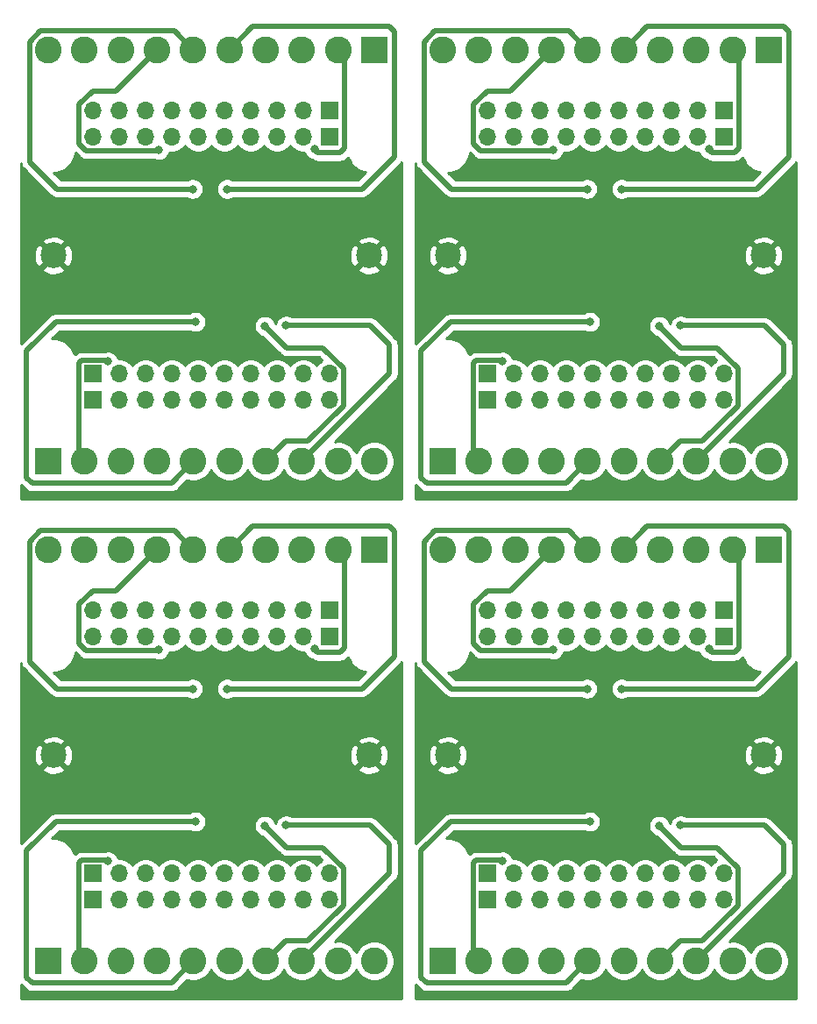
<source format=gbr>
G04 #@! TF.GenerationSoftware,KiCad,Pcbnew,5.1.5+dfsg1-2build2*
G04 #@! TF.CreationDate,2022-09-28T18:38:26-05:00*
G04 #@! TF.ProjectId,,58585858-5858-4585-9858-585858585858,rev?*
G04 #@! TF.SameCoordinates,Original*
G04 #@! TF.FileFunction,Copper,L1,Top*
G04 #@! TF.FilePolarity,Positive*
%FSLAX46Y46*%
G04 Gerber Fmt 4.6, Leading zero omitted, Abs format (unit mm)*
G04 Created by KiCad (PCBNEW 5.1.5+dfsg1-2build2) date 2022-09-28 18:38:26*
%MOMM*%
%LPD*%
G04 APERTURE LIST*
%ADD10R,1.700000X1.700000*%
%ADD11O,1.700000X1.700000*%
%ADD12R,2.600000X2.600000*%
%ADD13C,2.600000*%
%ADD14C,2.499360*%
%ADD15C,0.800000*%
%ADD16C,0.500000*%
%ADD17C,0.254000*%
G04 APERTURE END LIST*
D10*
X112440760Y-98887320D03*
D11*
X109900760Y-98887320D03*
X107360760Y-98887320D03*
X104820760Y-98887320D03*
X102280760Y-98887320D03*
X99740760Y-98887320D03*
X97200760Y-98887320D03*
X94660760Y-98887320D03*
X92120760Y-98887320D03*
X89580760Y-98887320D03*
D10*
X74340760Y-98887320D03*
D11*
X71800760Y-98887320D03*
X69260760Y-98887320D03*
X66720760Y-98887320D03*
X64180760Y-98887320D03*
X61640760Y-98887320D03*
X59100760Y-98887320D03*
X56560760Y-98887320D03*
X54020760Y-98887320D03*
X51480760Y-98887320D03*
D10*
X112440760Y-50627320D03*
D11*
X109900760Y-50627320D03*
X107360760Y-50627320D03*
X104820760Y-50627320D03*
X102280760Y-50627320D03*
X99740760Y-50627320D03*
X97200760Y-50627320D03*
X94660760Y-50627320D03*
X92120760Y-50627320D03*
X89580760Y-50627320D03*
D12*
X116760760Y-90439320D03*
D13*
X113260760Y-90439320D03*
X109760760Y-90439320D03*
X106260760Y-90439320D03*
X102760760Y-90439320D03*
X99260760Y-90439320D03*
X95760760Y-90439320D03*
X92260760Y-90439320D03*
X88760760Y-90439320D03*
X85260760Y-90439320D03*
D12*
X78660760Y-90439320D03*
D13*
X75160760Y-90439320D03*
X71660760Y-90439320D03*
X68160760Y-90439320D03*
X64660760Y-90439320D03*
X61160760Y-90439320D03*
X57660760Y-90439320D03*
X54160760Y-90439320D03*
X50660760Y-90439320D03*
X47160760Y-90439320D03*
D12*
X116760760Y-42179320D03*
D13*
X113260760Y-42179320D03*
X109760760Y-42179320D03*
X106260760Y-42179320D03*
X102760760Y-42179320D03*
X99260760Y-42179320D03*
X95760760Y-42179320D03*
X92260760Y-42179320D03*
X88760760Y-42179320D03*
X85260760Y-42179320D03*
D12*
X85260760Y-130195320D03*
D13*
X88760760Y-130195320D03*
X92260760Y-130195320D03*
X95760760Y-130195320D03*
X99260760Y-130195320D03*
X102760760Y-130195320D03*
X106260760Y-130195320D03*
X109760760Y-130195320D03*
X113260760Y-130195320D03*
X116760760Y-130195320D03*
D12*
X47160760Y-130195320D03*
D13*
X50660760Y-130195320D03*
X54160760Y-130195320D03*
X57660760Y-130195320D03*
X61160760Y-130195320D03*
X64660760Y-130195320D03*
X68160760Y-130195320D03*
X71660760Y-130195320D03*
X75160760Y-130195320D03*
X78660760Y-130195320D03*
D12*
X85260760Y-81935320D03*
D13*
X88760760Y-81935320D03*
X92260760Y-81935320D03*
X95760760Y-81935320D03*
X99260760Y-81935320D03*
X102760760Y-81935320D03*
X106260760Y-81935320D03*
X109760760Y-81935320D03*
X113260760Y-81935320D03*
X116760760Y-81935320D03*
D10*
X112440760Y-96347320D03*
D11*
X109900760Y-96347320D03*
X107360760Y-96347320D03*
X104820760Y-96347320D03*
X102280760Y-96347320D03*
X99740760Y-96347320D03*
X97200760Y-96347320D03*
X94660760Y-96347320D03*
X92120760Y-96347320D03*
X89580760Y-96347320D03*
D10*
X74340760Y-96347320D03*
D11*
X71800760Y-96347320D03*
X69260760Y-96347320D03*
X66720760Y-96347320D03*
X64180760Y-96347320D03*
X61640760Y-96347320D03*
X59100760Y-96347320D03*
X56560760Y-96347320D03*
X54020760Y-96347320D03*
X51480760Y-96347320D03*
D10*
X112440760Y-48087320D03*
D11*
X109900760Y-48087320D03*
X107360760Y-48087320D03*
X104820760Y-48087320D03*
X102280760Y-48087320D03*
X99740760Y-48087320D03*
X97200760Y-48087320D03*
X94660760Y-48087320D03*
X92120760Y-48087320D03*
X89580760Y-48087320D03*
D10*
X89580760Y-121747320D03*
D11*
X92120760Y-121747320D03*
X94660760Y-121747320D03*
X97200760Y-121747320D03*
X99740760Y-121747320D03*
X102280760Y-121747320D03*
X104820760Y-121747320D03*
X107360760Y-121747320D03*
X109900760Y-121747320D03*
X112440760Y-121747320D03*
D10*
X51480760Y-121747320D03*
D11*
X54020760Y-121747320D03*
X56560760Y-121747320D03*
X59100760Y-121747320D03*
X61640760Y-121747320D03*
X64180760Y-121747320D03*
X66720760Y-121747320D03*
X69260760Y-121747320D03*
X71800760Y-121747320D03*
X74340760Y-121747320D03*
D10*
X89580760Y-73487320D03*
D11*
X92120760Y-73487320D03*
X94660760Y-73487320D03*
X97200760Y-73487320D03*
X99740760Y-73487320D03*
X102280760Y-73487320D03*
X104820760Y-73487320D03*
X107360760Y-73487320D03*
X109900760Y-73487320D03*
X112440760Y-73487320D03*
D10*
X89580760Y-124287320D03*
D11*
X92120760Y-124287320D03*
X94660760Y-124287320D03*
X97200760Y-124287320D03*
X99740760Y-124287320D03*
X102280760Y-124287320D03*
X104820760Y-124287320D03*
X107360760Y-124287320D03*
X109900760Y-124287320D03*
X112440760Y-124287320D03*
D10*
X51480760Y-124287320D03*
D11*
X54020760Y-124287320D03*
X56560760Y-124287320D03*
X59100760Y-124287320D03*
X61640760Y-124287320D03*
X64180760Y-124287320D03*
X66720760Y-124287320D03*
X69260760Y-124287320D03*
X71800760Y-124287320D03*
X74340760Y-124287320D03*
D10*
X89580760Y-76027320D03*
D11*
X92120760Y-76027320D03*
X94660760Y-76027320D03*
X97200760Y-76027320D03*
X99740760Y-76027320D03*
X102280760Y-76027320D03*
X104820760Y-76027320D03*
X107360760Y-76027320D03*
X109900760Y-76027320D03*
X112440760Y-76027320D03*
D14*
X85770760Y-110317320D03*
X47670760Y-110317320D03*
X85770760Y-62057320D03*
X116250760Y-110317320D03*
X78150760Y-110317320D03*
X116250760Y-62057320D03*
D11*
X51480760Y-48087320D03*
X54020760Y-48087320D03*
X56560760Y-48087320D03*
X59100760Y-48087320D03*
X61640760Y-48087320D03*
X64180760Y-48087320D03*
X66720760Y-48087320D03*
X69260760Y-48087320D03*
X71800760Y-48087320D03*
D10*
X74340760Y-48087320D03*
D11*
X74340760Y-76027320D03*
X71800760Y-76027320D03*
X69260760Y-76027320D03*
X66720760Y-76027320D03*
X64180760Y-76027320D03*
X61640760Y-76027320D03*
X59100760Y-76027320D03*
X56560760Y-76027320D03*
X54020760Y-76027320D03*
D10*
X51480760Y-76027320D03*
D11*
X74340760Y-73487320D03*
X71800760Y-73487320D03*
X69260760Y-73487320D03*
X66720760Y-73487320D03*
X64180760Y-73487320D03*
X61640760Y-73487320D03*
X59100760Y-73487320D03*
X56560760Y-73487320D03*
X54020760Y-73487320D03*
D10*
X51480760Y-73487320D03*
D13*
X78660760Y-81935320D03*
X75160760Y-81935320D03*
X71660760Y-81935320D03*
X68160760Y-81935320D03*
X64660760Y-81935320D03*
X61160760Y-81935320D03*
X57660760Y-81935320D03*
X54160760Y-81935320D03*
X50660760Y-81935320D03*
D12*
X47160760Y-81935320D03*
D11*
X51480760Y-50627320D03*
X54020760Y-50627320D03*
X56560760Y-50627320D03*
X59100760Y-50627320D03*
X61640760Y-50627320D03*
X64180760Y-50627320D03*
X66720760Y-50627320D03*
X69260760Y-50627320D03*
X71800760Y-50627320D03*
D10*
X74340760Y-50627320D03*
D13*
X47160760Y-42179320D03*
X50660760Y-42179320D03*
X54160760Y-42179320D03*
X57660760Y-42179320D03*
X61160760Y-42179320D03*
X64660760Y-42179320D03*
X68160760Y-42179320D03*
X71660760Y-42179320D03*
X75160760Y-42179320D03*
D12*
X78660760Y-42179320D03*
D14*
X78150760Y-62057320D03*
X47670760Y-62057320D03*
D15*
X70142660Y-68813820D03*
X108242660Y-68813820D03*
X70142660Y-117073820D03*
X108242660Y-117073820D03*
X68101860Y-68865020D03*
X106201860Y-68865020D03*
X68101860Y-117125020D03*
X106201860Y-117125020D03*
X61380760Y-68471520D03*
X99480760Y-68471520D03*
X61380760Y-116731520D03*
X99480760Y-116731520D03*
X52937460Y-72302520D03*
X91037460Y-72302520D03*
X52937460Y-120562520D03*
X91037460Y-120562520D03*
X57830760Y-51874320D03*
X95930760Y-51874320D03*
X57830760Y-100134320D03*
X95930760Y-100134320D03*
X61130760Y-55643020D03*
X99230760Y-55643020D03*
X61130760Y-103903020D03*
X99230760Y-103903020D03*
X64440760Y-55643020D03*
X102540760Y-55643020D03*
X64440760Y-103903020D03*
X102540760Y-103903020D03*
X72884060Y-51812120D03*
X110984060Y-51812120D03*
X72884060Y-100072120D03*
X110984060Y-100072120D03*
D16*
X78252460Y-68813820D02*
X70142660Y-68813820D01*
X80122060Y-70683420D02*
X78252460Y-68813820D01*
X80122060Y-73474020D02*
X80122060Y-70683420D01*
X71660760Y-81935320D02*
X80122060Y-73474020D01*
X116352460Y-68813820D02*
X108242660Y-68813820D01*
X78252460Y-117073820D02*
X70142660Y-117073820D01*
X116352460Y-117073820D02*
X108242660Y-117073820D01*
X118222060Y-70683420D02*
X116352460Y-68813820D01*
X80122060Y-118943420D02*
X78252460Y-117073820D01*
X118222060Y-118943420D02*
X116352460Y-117073820D01*
X118222060Y-73474020D02*
X118222060Y-70683420D01*
X80122060Y-121734020D02*
X80122060Y-118943420D01*
X118222060Y-121734020D02*
X118222060Y-118943420D01*
X109760760Y-81935320D02*
X118222060Y-73474020D01*
X71660760Y-130195320D02*
X80122060Y-121734020D01*
X109760760Y-130195320D02*
X118222060Y-121734020D01*
X68160760Y-81935320D02*
X70092960Y-80003120D01*
X70092960Y-80003120D02*
X72243260Y-80003120D01*
X72243260Y-80003120D02*
X75672760Y-76573620D01*
X75672760Y-76573620D02*
X75672760Y-72976820D01*
X75672760Y-72976820D02*
X73692460Y-70996520D01*
X73692460Y-70996520D02*
X70233360Y-70996520D01*
X70233360Y-70996520D02*
X68101860Y-68865020D01*
X106260760Y-81935320D02*
X108192960Y-80003120D01*
X68160760Y-130195320D02*
X70092960Y-128263120D01*
X106260760Y-130195320D02*
X108192960Y-128263120D01*
X108192960Y-80003120D02*
X110343260Y-80003120D01*
X70092960Y-128263120D02*
X72243260Y-128263120D01*
X108192960Y-128263120D02*
X110343260Y-128263120D01*
X110343260Y-80003120D02*
X113772760Y-76573620D01*
X72243260Y-128263120D02*
X75672760Y-124833620D01*
X110343260Y-128263120D02*
X113772760Y-124833620D01*
X113772760Y-76573620D02*
X113772760Y-72976820D01*
X75672760Y-124833620D02*
X75672760Y-121236820D01*
X113772760Y-124833620D02*
X113772760Y-121236820D01*
X113772760Y-72976820D02*
X111792460Y-70996520D01*
X75672760Y-121236820D02*
X73692460Y-119256520D01*
X113772760Y-121236820D02*
X111792460Y-119256520D01*
X111792460Y-70996520D02*
X108333360Y-70996520D01*
X73692460Y-119256520D02*
X70233360Y-119256520D01*
X111792460Y-119256520D02*
X108333360Y-119256520D01*
X108333360Y-70996520D02*
X106201860Y-68865020D01*
X70233360Y-119256520D02*
X68101860Y-117125020D01*
X108333360Y-119256520D02*
X106201860Y-117125020D01*
X47896040Y-68471520D02*
X61380760Y-68471520D01*
X45079920Y-71287640D02*
X47896040Y-68471520D01*
X45613320Y-84018120D02*
X45079920Y-83484720D01*
X45079920Y-83484720D02*
X45079920Y-71287640D01*
X45618400Y-84013040D02*
X45613320Y-84018120D01*
X59083040Y-84013040D02*
X45618400Y-84013040D01*
X61160760Y-81935320D02*
X59083040Y-84013040D01*
X85996040Y-68471520D02*
X99480760Y-68471520D01*
X47896040Y-116731520D02*
X61380760Y-116731520D01*
X85996040Y-116731520D02*
X99480760Y-116731520D01*
X83179920Y-71287640D02*
X85996040Y-68471520D01*
X45079920Y-119547640D02*
X47896040Y-116731520D01*
X83179920Y-119547640D02*
X85996040Y-116731520D01*
X83713320Y-84018120D02*
X83179920Y-83484720D01*
X45613320Y-132278120D02*
X45079920Y-131744720D01*
X83713320Y-132278120D02*
X83179920Y-131744720D01*
X83179920Y-83484720D02*
X83179920Y-71287640D01*
X45079920Y-131744720D02*
X45079920Y-119547640D01*
X83179920Y-131744720D02*
X83179920Y-119547640D01*
X83718400Y-84013040D02*
X83713320Y-84018120D01*
X45618400Y-132273040D02*
X45613320Y-132278120D01*
X83718400Y-132273040D02*
X83713320Y-132278120D01*
X97183040Y-84013040D02*
X83718400Y-84013040D01*
X59083040Y-132273040D02*
X45618400Y-132273040D01*
X97183040Y-132273040D02*
X83718400Y-132273040D01*
X99260760Y-81935320D02*
X97183040Y-84013040D01*
X61160760Y-130195320D02*
X59083040Y-132273040D01*
X99260760Y-130195320D02*
X97183040Y-132273040D01*
X50660760Y-81935320D02*
X50171260Y-81445820D01*
X50171260Y-81445820D02*
X50171260Y-72436920D01*
X50171260Y-72436920D02*
X50421260Y-72186920D01*
X50421260Y-72186920D02*
X52821860Y-72186920D01*
X52821860Y-72186920D02*
X52937460Y-72302520D01*
X88760760Y-81935320D02*
X88271260Y-81445820D01*
X50660760Y-130195320D02*
X50171260Y-129705820D01*
X88760760Y-130195320D02*
X88271260Y-129705820D01*
X88271260Y-81445820D02*
X88271260Y-72436920D01*
X50171260Y-129705820D02*
X50171260Y-120696920D01*
X88271260Y-129705820D02*
X88271260Y-120696920D01*
X88521260Y-72186920D02*
X90921860Y-72186920D01*
X50421260Y-120446920D02*
X52821860Y-120446920D01*
X88521260Y-120446920D02*
X90921860Y-120446920D01*
X90921860Y-72186920D02*
X91037460Y-72302520D01*
X52821860Y-120446920D02*
X52937460Y-120562520D01*
X90921860Y-120446920D02*
X91037460Y-120562520D01*
X88271260Y-72436920D02*
X88521260Y-72186920D01*
X50171260Y-120696920D02*
X50421260Y-120446920D01*
X88271260Y-120696920D02*
X88521260Y-120446920D01*
X57660760Y-42179320D02*
X53696260Y-46143820D01*
X53696260Y-46143820D02*
X51498760Y-46143820D01*
X51498760Y-46143820D02*
X50155260Y-47487320D01*
X50155260Y-47487320D02*
X50155260Y-51241120D01*
X50155260Y-51241120D02*
X50841860Y-51927720D01*
X50841860Y-51927720D02*
X57777360Y-51927720D01*
X57777360Y-51927720D02*
X57830760Y-51874320D01*
X95760760Y-42179320D02*
X91796260Y-46143820D01*
X57660760Y-90439320D02*
X53696260Y-94403820D01*
X95760760Y-90439320D02*
X91796260Y-94403820D01*
X91796260Y-46143820D02*
X89598760Y-46143820D01*
X53696260Y-94403820D02*
X51498760Y-94403820D01*
X91796260Y-94403820D02*
X89598760Y-94403820D01*
X89598760Y-46143820D02*
X88255260Y-47487320D01*
X51498760Y-94403820D02*
X50155260Y-95747320D01*
X89598760Y-94403820D02*
X88255260Y-95747320D01*
X88255260Y-47487320D02*
X88255260Y-51241120D01*
X50155260Y-95747320D02*
X50155260Y-99501120D01*
X88255260Y-95747320D02*
X88255260Y-99501120D01*
X88255260Y-51241120D02*
X88941860Y-51927720D01*
X50155260Y-99501120D02*
X50841860Y-100187720D01*
X88255260Y-99501120D02*
X88941860Y-100187720D01*
X88941860Y-51927720D02*
X95877360Y-51927720D01*
X50841860Y-100187720D02*
X57777360Y-100187720D01*
X88941860Y-100187720D02*
X95877360Y-100187720D01*
X95877360Y-51927720D02*
X95930760Y-51874320D01*
X57777360Y-100187720D02*
X57830760Y-100134320D01*
X95877360Y-100187720D02*
X95930760Y-100134320D01*
X45398360Y-53008200D02*
X48033180Y-55643020D01*
X45398360Y-41423420D02*
X45398360Y-53008200D01*
X59362760Y-40381320D02*
X46440460Y-40381320D01*
X48033180Y-55643020D02*
X61130760Y-55643020D01*
X46440460Y-40381320D02*
X45398360Y-41423420D01*
X61160760Y-42179320D02*
X59362760Y-40381320D01*
X86133180Y-55643020D02*
X99230760Y-55643020D01*
X48033180Y-103903020D02*
X61130760Y-103903020D01*
X86133180Y-103903020D02*
X99230760Y-103903020D01*
X84540460Y-40381320D02*
X83498360Y-41423420D01*
X46440460Y-88641320D02*
X45398360Y-89683420D01*
X84540460Y-88641320D02*
X83498360Y-89683420D01*
X99260760Y-42179320D02*
X97462760Y-40381320D01*
X61160760Y-90439320D02*
X59362760Y-88641320D01*
X99260760Y-90439320D02*
X97462760Y-88641320D01*
X83498360Y-53008200D02*
X86133180Y-55643020D01*
X45398360Y-101268200D02*
X48033180Y-103903020D01*
X83498360Y-101268200D02*
X86133180Y-103903020D01*
X83498360Y-41423420D02*
X83498360Y-53008200D01*
X45398360Y-89683420D02*
X45398360Y-101268200D01*
X83498360Y-89683420D02*
X83498360Y-101268200D01*
X97462760Y-40381320D02*
X84540460Y-40381320D01*
X59362760Y-88641320D02*
X46440460Y-88641320D01*
X97462760Y-88641320D02*
X84540460Y-88641320D01*
X80578960Y-52527200D02*
X77463140Y-55643020D01*
X80578960Y-40386000D02*
X80578960Y-52527200D01*
X80131920Y-39938960D02*
X80578960Y-40386000D01*
X77463140Y-55643020D02*
X64440760Y-55643020D01*
X66901120Y-39938960D02*
X80131920Y-39938960D01*
X64660760Y-42179320D02*
X66901120Y-39938960D01*
X118678960Y-52527200D02*
X115563140Y-55643020D01*
X80578960Y-100787200D02*
X77463140Y-103903020D01*
X118678960Y-100787200D02*
X115563140Y-103903020D01*
X118678960Y-40386000D02*
X118678960Y-52527200D01*
X80578960Y-88646000D02*
X80578960Y-100787200D01*
X118678960Y-88646000D02*
X118678960Y-100787200D01*
X118231920Y-39938960D02*
X118678960Y-40386000D01*
X80131920Y-88198960D02*
X80578960Y-88646000D01*
X118231920Y-88198960D02*
X118678960Y-88646000D01*
X115563140Y-55643020D02*
X102540760Y-55643020D01*
X77463140Y-103903020D02*
X64440760Y-103903020D01*
X115563140Y-103903020D02*
X102540760Y-103903020D01*
X105001120Y-39938960D02*
X118231920Y-39938960D01*
X66901120Y-88198960D02*
X80131920Y-88198960D01*
X105001120Y-88198960D02*
X118231920Y-88198960D01*
X102760760Y-42179320D02*
X105001120Y-39938960D01*
X64660760Y-90439320D02*
X66901120Y-88198960D01*
X102760760Y-90439320D02*
X105001120Y-88198960D01*
X73192740Y-52120800D02*
X72884060Y-51812120D01*
X75351640Y-52120800D02*
X73192740Y-52120800D01*
X75768200Y-51704240D02*
X75351640Y-52120800D01*
X75768200Y-42786760D02*
X75768200Y-51704240D01*
X75160760Y-42179320D02*
X75768200Y-42786760D01*
X111292740Y-52120800D02*
X110984060Y-51812120D01*
X73192740Y-100380800D02*
X72884060Y-100072120D01*
X111292740Y-100380800D02*
X110984060Y-100072120D01*
X113451640Y-52120800D02*
X111292740Y-52120800D01*
X75351640Y-100380800D02*
X73192740Y-100380800D01*
X113451640Y-100380800D02*
X111292740Y-100380800D01*
X113868200Y-51704240D02*
X113451640Y-52120800D01*
X75768200Y-99964240D02*
X75351640Y-100380800D01*
X113868200Y-99964240D02*
X113451640Y-100380800D01*
X113868200Y-42786760D02*
X113868200Y-51704240D01*
X75768200Y-91046760D02*
X75768200Y-99964240D01*
X113868200Y-91046760D02*
X113868200Y-99964240D01*
X113260760Y-42179320D02*
X113868200Y-42786760D01*
X75160760Y-90439320D02*
X75768200Y-91046760D01*
X113260760Y-90439320D02*
X113868200Y-91046760D01*
D17*
G36*
X70647285Y-51573952D02*
G01*
X70854128Y-51780795D01*
X71097349Y-51943310D01*
X71367602Y-52055252D01*
X71654500Y-52112320D01*
X71888496Y-52112320D01*
X71888834Y-52114018D01*
X71966855Y-52302376D01*
X72080123Y-52471894D01*
X72224286Y-52616057D01*
X72393804Y-52729325D01*
X72582162Y-52807346D01*
X72650934Y-52821025D01*
X72698681Y-52860211D01*
X72852427Y-52942389D01*
X73019250Y-52992995D01*
X73149263Y-53005800D01*
X73149273Y-53005800D01*
X73192739Y-53010081D01*
X73236205Y-53005800D01*
X75308171Y-53005800D01*
X75351640Y-53010081D01*
X75395109Y-53005800D01*
X75395117Y-53005800D01*
X75525130Y-52992995D01*
X75691953Y-52942389D01*
X75845699Y-52860211D01*
X75980457Y-52749617D01*
X76008174Y-52715844D01*
X76128893Y-52595125D01*
X76258748Y-52908622D01*
X76492397Y-53258303D01*
X76789777Y-53555683D01*
X77139458Y-53789332D01*
X77528004Y-53950273D01*
X77841876Y-54012706D01*
X77096562Y-54758020D01*
X64979214Y-54758020D01*
X64931016Y-54725815D01*
X64742658Y-54647794D01*
X64542699Y-54608020D01*
X64338821Y-54608020D01*
X64138862Y-54647794D01*
X63950504Y-54725815D01*
X63780986Y-54839083D01*
X63636823Y-54983246D01*
X63523555Y-55152764D01*
X63445534Y-55341122D01*
X63405760Y-55541081D01*
X63405760Y-55744959D01*
X63445534Y-55944918D01*
X63523555Y-56133276D01*
X63636823Y-56302794D01*
X63780986Y-56446957D01*
X63950504Y-56560225D01*
X64138862Y-56638246D01*
X64338821Y-56678020D01*
X64542699Y-56678020D01*
X64742658Y-56638246D01*
X64931016Y-56560225D01*
X64979214Y-56528020D01*
X77419671Y-56528020D01*
X77463140Y-56532301D01*
X77506609Y-56528020D01*
X77506617Y-56528020D01*
X77636630Y-56515215D01*
X77803453Y-56464609D01*
X77957199Y-56382431D01*
X78091957Y-56271837D01*
X78119674Y-56238064D01*
X81174009Y-53183730D01*
X81207777Y-53156017D01*
X81293408Y-53051677D01*
X81300760Y-53042718D01*
X81300761Y-85527320D01*
X44520760Y-85527320D01*
X44520760Y-84177138D01*
X44956787Y-84613165D01*
X44984503Y-84646937D01*
X45018274Y-84674652D01*
X45119261Y-84757531D01*
X45273006Y-84839709D01*
X45439830Y-84890315D01*
X45613320Y-84907401D01*
X45708371Y-84898040D01*
X59039571Y-84898040D01*
X59083040Y-84902321D01*
X59126509Y-84898040D01*
X59126517Y-84898040D01*
X59256530Y-84885235D01*
X59423353Y-84834629D01*
X59577099Y-84752451D01*
X59711857Y-84641857D01*
X59739574Y-84608084D01*
X60564775Y-83782884D01*
X60596341Y-83795959D01*
X60970179Y-83870320D01*
X61351341Y-83870320D01*
X61725179Y-83795959D01*
X62077326Y-83650095D01*
X62394251Y-83438333D01*
X62663773Y-83168811D01*
X62875535Y-82851886D01*
X62910760Y-82766845D01*
X62945985Y-82851886D01*
X63157747Y-83168811D01*
X63427269Y-83438333D01*
X63744194Y-83650095D01*
X64096341Y-83795959D01*
X64470179Y-83870320D01*
X64851341Y-83870320D01*
X65225179Y-83795959D01*
X65577326Y-83650095D01*
X65894251Y-83438333D01*
X66163773Y-83168811D01*
X66375535Y-82851886D01*
X66410760Y-82766845D01*
X66445985Y-82851886D01*
X66657747Y-83168811D01*
X66927269Y-83438333D01*
X67244194Y-83650095D01*
X67596341Y-83795959D01*
X67970179Y-83870320D01*
X68351341Y-83870320D01*
X68725179Y-83795959D01*
X69077326Y-83650095D01*
X69394251Y-83438333D01*
X69663773Y-83168811D01*
X69875535Y-82851886D01*
X69910760Y-82766845D01*
X69945985Y-82851886D01*
X70157747Y-83168811D01*
X70427269Y-83438333D01*
X70744194Y-83650095D01*
X71096341Y-83795959D01*
X71470179Y-83870320D01*
X71851341Y-83870320D01*
X72225179Y-83795959D01*
X72577326Y-83650095D01*
X72894251Y-83438333D01*
X73163773Y-83168811D01*
X73375535Y-82851886D01*
X73410760Y-82766845D01*
X73445985Y-82851886D01*
X73657747Y-83168811D01*
X73927269Y-83438333D01*
X74244194Y-83650095D01*
X74596341Y-83795959D01*
X74970179Y-83870320D01*
X75351341Y-83870320D01*
X75725179Y-83795959D01*
X76077326Y-83650095D01*
X76394251Y-83438333D01*
X76663773Y-83168811D01*
X76875535Y-82851886D01*
X76910760Y-82766845D01*
X76945985Y-82851886D01*
X77157747Y-83168811D01*
X77427269Y-83438333D01*
X77744194Y-83650095D01*
X78096341Y-83795959D01*
X78470179Y-83870320D01*
X78851341Y-83870320D01*
X79225179Y-83795959D01*
X79577326Y-83650095D01*
X79894251Y-83438333D01*
X80163773Y-83168811D01*
X80375535Y-82851886D01*
X80521399Y-82499739D01*
X80595760Y-82125901D01*
X80595760Y-81744739D01*
X80521399Y-81370901D01*
X80375535Y-81018754D01*
X80163773Y-80701829D01*
X79894251Y-80432307D01*
X79577326Y-80220545D01*
X79225179Y-80074681D01*
X78851341Y-80000320D01*
X78470179Y-80000320D01*
X78096341Y-80074681D01*
X77744194Y-80220545D01*
X77427269Y-80432307D01*
X77157747Y-80701829D01*
X76945985Y-81018754D01*
X76910760Y-81103795D01*
X76875535Y-81018754D01*
X76663773Y-80701829D01*
X76394251Y-80432307D01*
X76077326Y-80220545D01*
X75725179Y-80074681D01*
X75351341Y-80000320D01*
X74970179Y-80000320D01*
X74816837Y-80030822D01*
X80717111Y-74130548D01*
X80750877Y-74102837D01*
X80861471Y-73968079D01*
X80943649Y-73814333D01*
X80994255Y-73647510D01*
X81007060Y-73517497D01*
X81007060Y-73517487D01*
X81011341Y-73474021D01*
X81007060Y-73430555D01*
X81007060Y-70726889D01*
X81011341Y-70683420D01*
X81007060Y-70639951D01*
X81007060Y-70639943D01*
X80994255Y-70509930D01*
X80965593Y-70415445D01*
X80943649Y-70343106D01*
X80861471Y-70189361D01*
X80778592Y-70088373D01*
X80778590Y-70088371D01*
X80750877Y-70054603D01*
X80717109Y-70026890D01*
X78908994Y-68218776D01*
X78881277Y-68185003D01*
X78746519Y-68074409D01*
X78592773Y-67992231D01*
X78425950Y-67941625D01*
X78295937Y-67928820D01*
X78295929Y-67928820D01*
X78252460Y-67924539D01*
X78208991Y-67928820D01*
X70681114Y-67928820D01*
X70632916Y-67896615D01*
X70444558Y-67818594D01*
X70244599Y-67778820D01*
X70040721Y-67778820D01*
X69840762Y-67818594D01*
X69652404Y-67896615D01*
X69482886Y-68009883D01*
X69338723Y-68154046D01*
X69225455Y-68323564D01*
X69147434Y-68511922D01*
X69123030Y-68634612D01*
X69108395Y-68619977D01*
X69097086Y-68563122D01*
X69019065Y-68374764D01*
X68905797Y-68205246D01*
X68761634Y-68061083D01*
X68592116Y-67947815D01*
X68403758Y-67869794D01*
X68203799Y-67830020D01*
X67999921Y-67830020D01*
X67799962Y-67869794D01*
X67611604Y-67947815D01*
X67442086Y-68061083D01*
X67297923Y-68205246D01*
X67184655Y-68374764D01*
X67106634Y-68563122D01*
X67066860Y-68763081D01*
X67066860Y-68966959D01*
X67106634Y-69166918D01*
X67184655Y-69355276D01*
X67297923Y-69524794D01*
X67442086Y-69668957D01*
X67611604Y-69782225D01*
X67799962Y-69860246D01*
X67856817Y-69871555D01*
X69576830Y-71591569D01*
X69604543Y-71625337D01*
X69638311Y-71653050D01*
X69638313Y-71653052D01*
X69686822Y-71692862D01*
X69739301Y-71735931D01*
X69893047Y-71818109D01*
X70059870Y-71868715D01*
X70189883Y-71881520D01*
X70189893Y-71881520D01*
X70233359Y-71885801D01*
X70276825Y-71881520D01*
X73325882Y-71881520D01*
X73624366Y-72180005D01*
X73394128Y-72333845D01*
X73187285Y-72540688D01*
X73070760Y-72715080D01*
X72954235Y-72540688D01*
X72747392Y-72333845D01*
X72504171Y-72171330D01*
X72233918Y-72059388D01*
X71947020Y-72002320D01*
X71654500Y-72002320D01*
X71367602Y-72059388D01*
X71097349Y-72171330D01*
X70854128Y-72333845D01*
X70647285Y-72540688D01*
X70530760Y-72715080D01*
X70414235Y-72540688D01*
X70207392Y-72333845D01*
X69964171Y-72171330D01*
X69693918Y-72059388D01*
X69407020Y-72002320D01*
X69114500Y-72002320D01*
X68827602Y-72059388D01*
X68557349Y-72171330D01*
X68314128Y-72333845D01*
X68107285Y-72540688D01*
X67990760Y-72715080D01*
X67874235Y-72540688D01*
X67667392Y-72333845D01*
X67424171Y-72171330D01*
X67153918Y-72059388D01*
X66867020Y-72002320D01*
X66574500Y-72002320D01*
X66287602Y-72059388D01*
X66017349Y-72171330D01*
X65774128Y-72333845D01*
X65567285Y-72540688D01*
X65450760Y-72715080D01*
X65334235Y-72540688D01*
X65127392Y-72333845D01*
X64884171Y-72171330D01*
X64613918Y-72059388D01*
X64327020Y-72002320D01*
X64034500Y-72002320D01*
X63747602Y-72059388D01*
X63477349Y-72171330D01*
X63234128Y-72333845D01*
X63027285Y-72540688D01*
X62910760Y-72715080D01*
X62794235Y-72540688D01*
X62587392Y-72333845D01*
X62344171Y-72171330D01*
X62073918Y-72059388D01*
X61787020Y-72002320D01*
X61494500Y-72002320D01*
X61207602Y-72059388D01*
X60937349Y-72171330D01*
X60694128Y-72333845D01*
X60487285Y-72540688D01*
X60370760Y-72715080D01*
X60254235Y-72540688D01*
X60047392Y-72333845D01*
X59804171Y-72171330D01*
X59533918Y-72059388D01*
X59247020Y-72002320D01*
X58954500Y-72002320D01*
X58667602Y-72059388D01*
X58397349Y-72171330D01*
X58154128Y-72333845D01*
X57947285Y-72540688D01*
X57830760Y-72715080D01*
X57714235Y-72540688D01*
X57507392Y-72333845D01*
X57264171Y-72171330D01*
X56993918Y-72059388D01*
X56707020Y-72002320D01*
X56414500Y-72002320D01*
X56127602Y-72059388D01*
X55857349Y-72171330D01*
X55614128Y-72333845D01*
X55407285Y-72540688D01*
X55290760Y-72715080D01*
X55174235Y-72540688D01*
X54967392Y-72333845D01*
X54724171Y-72171330D01*
X54453918Y-72059388D01*
X54167020Y-72002320D01*
X53933024Y-72002320D01*
X53932686Y-72000622D01*
X53854665Y-71812264D01*
X53741397Y-71642746D01*
X53597234Y-71498583D01*
X53427716Y-71385315D01*
X53239358Y-71307294D01*
X53039399Y-71267520D01*
X52835521Y-71267520D01*
X52662579Y-71301920D01*
X50464725Y-71301920D01*
X50421259Y-71297639D01*
X50377793Y-71301920D01*
X50377783Y-71301920D01*
X50247770Y-71314725D01*
X50080947Y-71365331D01*
X49927201Y-71447509D01*
X49792443Y-71558103D01*
X49764726Y-71591876D01*
X49730072Y-71626530D01*
X49723713Y-71594564D01*
X49562772Y-71206018D01*
X49329123Y-70856337D01*
X49031743Y-70558957D01*
X48682062Y-70325308D01*
X48293516Y-70164367D01*
X47881039Y-70082320D01*
X47536819Y-70082320D01*
X48262619Y-69356520D01*
X60842306Y-69356520D01*
X60890504Y-69388725D01*
X61078862Y-69466746D01*
X61278821Y-69506520D01*
X61482699Y-69506520D01*
X61682658Y-69466746D01*
X61871016Y-69388725D01*
X62040534Y-69275457D01*
X62184697Y-69131294D01*
X62297965Y-68961776D01*
X62375986Y-68773418D01*
X62415760Y-68573459D01*
X62415760Y-68369581D01*
X62375986Y-68169622D01*
X62297965Y-67981264D01*
X62184697Y-67811746D01*
X62040534Y-67667583D01*
X61871016Y-67554315D01*
X61682658Y-67476294D01*
X61482699Y-67436520D01*
X61278821Y-67436520D01*
X61078862Y-67476294D01*
X60890504Y-67554315D01*
X60842306Y-67586520D01*
X47939505Y-67586520D01*
X47896039Y-67582239D01*
X47852573Y-67586520D01*
X47852563Y-67586520D01*
X47722550Y-67599325D01*
X47555727Y-67649931D01*
X47401981Y-67732109D01*
X47401979Y-67732110D01*
X47401980Y-67732110D01*
X47300993Y-67814988D01*
X47300991Y-67814990D01*
X47267223Y-67842703D01*
X47239510Y-67876471D01*
X44520760Y-70595222D01*
X44520760Y-63370697D01*
X46536989Y-63370697D01*
X46662864Y-63660635D01*
X46995022Y-63826459D01*
X47353147Y-63924295D01*
X47723479Y-63950385D01*
X48091785Y-63903725D01*
X48443911Y-63786109D01*
X48678656Y-63660635D01*
X48804531Y-63370697D01*
X77016989Y-63370697D01*
X77142864Y-63660635D01*
X77475022Y-63826459D01*
X77833147Y-63924295D01*
X78203479Y-63950385D01*
X78571785Y-63903725D01*
X78923911Y-63786109D01*
X79158656Y-63660635D01*
X79284531Y-63370697D01*
X78150760Y-62236925D01*
X77016989Y-63370697D01*
X48804531Y-63370697D01*
X47670760Y-62236925D01*
X46536989Y-63370697D01*
X44520760Y-63370697D01*
X44520760Y-62110039D01*
X45777695Y-62110039D01*
X45824355Y-62478345D01*
X45941971Y-62830471D01*
X46067445Y-63065216D01*
X46357383Y-63191091D01*
X47491155Y-62057320D01*
X47850365Y-62057320D01*
X48984137Y-63191091D01*
X49274075Y-63065216D01*
X49439899Y-62733058D01*
X49537735Y-62374933D01*
X49556396Y-62110039D01*
X76257695Y-62110039D01*
X76304355Y-62478345D01*
X76421971Y-62830471D01*
X76547445Y-63065216D01*
X76837383Y-63191091D01*
X77971155Y-62057320D01*
X78330365Y-62057320D01*
X79464137Y-63191091D01*
X79754075Y-63065216D01*
X79919899Y-62733058D01*
X80017735Y-62374933D01*
X80043825Y-62004601D01*
X79997165Y-61636295D01*
X79879549Y-61284169D01*
X79754075Y-61049424D01*
X79464137Y-60923549D01*
X78330365Y-62057320D01*
X77971155Y-62057320D01*
X76837383Y-60923549D01*
X76547445Y-61049424D01*
X76381621Y-61381582D01*
X76283785Y-61739707D01*
X76257695Y-62110039D01*
X49556396Y-62110039D01*
X49563825Y-62004601D01*
X49517165Y-61636295D01*
X49399549Y-61284169D01*
X49274075Y-61049424D01*
X48984137Y-60923549D01*
X47850365Y-62057320D01*
X47491155Y-62057320D01*
X46357383Y-60923549D01*
X46067445Y-61049424D01*
X45901621Y-61381582D01*
X45803785Y-61739707D01*
X45777695Y-62110039D01*
X44520760Y-62110039D01*
X44520760Y-60743943D01*
X46536989Y-60743943D01*
X47670760Y-61877715D01*
X48804531Y-60743943D01*
X77016989Y-60743943D01*
X78150760Y-61877715D01*
X79284531Y-60743943D01*
X79158656Y-60454005D01*
X78826498Y-60288181D01*
X78468373Y-60190345D01*
X78098041Y-60164255D01*
X77729735Y-60210915D01*
X77377609Y-60328531D01*
X77142864Y-60454005D01*
X77016989Y-60743943D01*
X48804531Y-60743943D01*
X48678656Y-60454005D01*
X48346498Y-60288181D01*
X47988373Y-60190345D01*
X47618041Y-60164255D01*
X47249735Y-60210915D01*
X46897609Y-60328531D01*
X46662864Y-60454005D01*
X46536989Y-60743943D01*
X44520760Y-60743943D01*
X44520760Y-53126808D01*
X44526165Y-53181690D01*
X44576772Y-53348513D01*
X44658950Y-53502259D01*
X44741828Y-53603246D01*
X44741831Y-53603249D01*
X44769544Y-53637017D01*
X44803311Y-53664729D01*
X47376650Y-56238069D01*
X47404363Y-56271837D01*
X47438131Y-56299550D01*
X47438133Y-56299552D01*
X47509632Y-56358230D01*
X47539121Y-56382431D01*
X47692867Y-56464609D01*
X47859690Y-56515215D01*
X47989703Y-56528020D01*
X47989713Y-56528020D01*
X48033179Y-56532301D01*
X48076645Y-56528020D01*
X60592306Y-56528020D01*
X60640504Y-56560225D01*
X60828862Y-56638246D01*
X61028821Y-56678020D01*
X61232699Y-56678020D01*
X61432658Y-56638246D01*
X61621016Y-56560225D01*
X61790534Y-56446957D01*
X61934697Y-56302794D01*
X62047965Y-56133276D01*
X62125986Y-55944918D01*
X62165760Y-55744959D01*
X62165760Y-55541081D01*
X62125986Y-55341122D01*
X62047965Y-55152764D01*
X61934697Y-54983246D01*
X61790534Y-54839083D01*
X61621016Y-54725815D01*
X61432658Y-54647794D01*
X61232699Y-54608020D01*
X61028821Y-54608020D01*
X60828862Y-54647794D01*
X60640504Y-54725815D01*
X60592306Y-54758020D01*
X48399759Y-54758020D01*
X47674059Y-54032320D01*
X47881039Y-54032320D01*
X48293516Y-53950273D01*
X48682062Y-53789332D01*
X49031743Y-53555683D01*
X49329123Y-53258303D01*
X49562772Y-52908622D01*
X49723713Y-52520076D01*
X49799854Y-52137292D01*
X50185330Y-52522769D01*
X50213043Y-52556537D01*
X50246811Y-52584250D01*
X50246813Y-52584252D01*
X50318312Y-52642930D01*
X50347801Y-52667131D01*
X50501547Y-52749309D01*
X50668370Y-52799915D01*
X50798383Y-52812720D01*
X50798393Y-52812720D01*
X50841859Y-52817001D01*
X50885326Y-52812720D01*
X57391673Y-52812720D01*
X57528862Y-52869546D01*
X57728821Y-52909320D01*
X57932699Y-52909320D01*
X58132658Y-52869546D01*
X58321016Y-52791525D01*
X58490534Y-52678257D01*
X58634697Y-52534094D01*
X58747965Y-52364576D01*
X58825986Y-52176218D01*
X58843104Y-52090162D01*
X58954500Y-52112320D01*
X59247020Y-52112320D01*
X59533918Y-52055252D01*
X59804171Y-51943310D01*
X60047392Y-51780795D01*
X60254235Y-51573952D01*
X60370760Y-51399560D01*
X60487285Y-51573952D01*
X60694128Y-51780795D01*
X60937349Y-51943310D01*
X61207602Y-52055252D01*
X61494500Y-52112320D01*
X61787020Y-52112320D01*
X62073918Y-52055252D01*
X62344171Y-51943310D01*
X62587392Y-51780795D01*
X62794235Y-51573952D01*
X62910760Y-51399560D01*
X63027285Y-51573952D01*
X63234128Y-51780795D01*
X63477349Y-51943310D01*
X63747602Y-52055252D01*
X64034500Y-52112320D01*
X64327020Y-52112320D01*
X64613918Y-52055252D01*
X64884171Y-51943310D01*
X65127392Y-51780795D01*
X65334235Y-51573952D01*
X65450760Y-51399560D01*
X65567285Y-51573952D01*
X65774128Y-51780795D01*
X66017349Y-51943310D01*
X66287602Y-52055252D01*
X66574500Y-52112320D01*
X66867020Y-52112320D01*
X67153918Y-52055252D01*
X67424171Y-51943310D01*
X67667392Y-51780795D01*
X67874235Y-51573952D01*
X67990760Y-51399560D01*
X68107285Y-51573952D01*
X68314128Y-51780795D01*
X68557349Y-51943310D01*
X68827602Y-52055252D01*
X69114500Y-52112320D01*
X69407020Y-52112320D01*
X69693918Y-52055252D01*
X69964171Y-51943310D01*
X70207392Y-51780795D01*
X70414235Y-51573952D01*
X70530760Y-51399560D01*
X70647285Y-51573952D01*
G37*
X70647285Y-51573952D02*
X70854128Y-51780795D01*
X71097349Y-51943310D01*
X71367602Y-52055252D01*
X71654500Y-52112320D01*
X71888496Y-52112320D01*
X71888834Y-52114018D01*
X71966855Y-52302376D01*
X72080123Y-52471894D01*
X72224286Y-52616057D01*
X72393804Y-52729325D01*
X72582162Y-52807346D01*
X72650934Y-52821025D01*
X72698681Y-52860211D01*
X72852427Y-52942389D01*
X73019250Y-52992995D01*
X73149263Y-53005800D01*
X73149273Y-53005800D01*
X73192739Y-53010081D01*
X73236205Y-53005800D01*
X75308171Y-53005800D01*
X75351640Y-53010081D01*
X75395109Y-53005800D01*
X75395117Y-53005800D01*
X75525130Y-52992995D01*
X75691953Y-52942389D01*
X75845699Y-52860211D01*
X75980457Y-52749617D01*
X76008174Y-52715844D01*
X76128893Y-52595125D01*
X76258748Y-52908622D01*
X76492397Y-53258303D01*
X76789777Y-53555683D01*
X77139458Y-53789332D01*
X77528004Y-53950273D01*
X77841876Y-54012706D01*
X77096562Y-54758020D01*
X64979214Y-54758020D01*
X64931016Y-54725815D01*
X64742658Y-54647794D01*
X64542699Y-54608020D01*
X64338821Y-54608020D01*
X64138862Y-54647794D01*
X63950504Y-54725815D01*
X63780986Y-54839083D01*
X63636823Y-54983246D01*
X63523555Y-55152764D01*
X63445534Y-55341122D01*
X63405760Y-55541081D01*
X63405760Y-55744959D01*
X63445534Y-55944918D01*
X63523555Y-56133276D01*
X63636823Y-56302794D01*
X63780986Y-56446957D01*
X63950504Y-56560225D01*
X64138862Y-56638246D01*
X64338821Y-56678020D01*
X64542699Y-56678020D01*
X64742658Y-56638246D01*
X64931016Y-56560225D01*
X64979214Y-56528020D01*
X77419671Y-56528020D01*
X77463140Y-56532301D01*
X77506609Y-56528020D01*
X77506617Y-56528020D01*
X77636630Y-56515215D01*
X77803453Y-56464609D01*
X77957199Y-56382431D01*
X78091957Y-56271837D01*
X78119674Y-56238064D01*
X81174009Y-53183730D01*
X81207777Y-53156017D01*
X81293408Y-53051677D01*
X81300760Y-53042718D01*
X81300761Y-85527320D01*
X44520760Y-85527320D01*
X44520760Y-84177138D01*
X44956787Y-84613165D01*
X44984503Y-84646937D01*
X45018274Y-84674652D01*
X45119261Y-84757531D01*
X45273006Y-84839709D01*
X45439830Y-84890315D01*
X45613320Y-84907401D01*
X45708371Y-84898040D01*
X59039571Y-84898040D01*
X59083040Y-84902321D01*
X59126509Y-84898040D01*
X59126517Y-84898040D01*
X59256530Y-84885235D01*
X59423353Y-84834629D01*
X59577099Y-84752451D01*
X59711857Y-84641857D01*
X59739574Y-84608084D01*
X60564775Y-83782884D01*
X60596341Y-83795959D01*
X60970179Y-83870320D01*
X61351341Y-83870320D01*
X61725179Y-83795959D01*
X62077326Y-83650095D01*
X62394251Y-83438333D01*
X62663773Y-83168811D01*
X62875535Y-82851886D01*
X62910760Y-82766845D01*
X62945985Y-82851886D01*
X63157747Y-83168811D01*
X63427269Y-83438333D01*
X63744194Y-83650095D01*
X64096341Y-83795959D01*
X64470179Y-83870320D01*
X64851341Y-83870320D01*
X65225179Y-83795959D01*
X65577326Y-83650095D01*
X65894251Y-83438333D01*
X66163773Y-83168811D01*
X66375535Y-82851886D01*
X66410760Y-82766845D01*
X66445985Y-82851886D01*
X66657747Y-83168811D01*
X66927269Y-83438333D01*
X67244194Y-83650095D01*
X67596341Y-83795959D01*
X67970179Y-83870320D01*
X68351341Y-83870320D01*
X68725179Y-83795959D01*
X69077326Y-83650095D01*
X69394251Y-83438333D01*
X69663773Y-83168811D01*
X69875535Y-82851886D01*
X69910760Y-82766845D01*
X69945985Y-82851886D01*
X70157747Y-83168811D01*
X70427269Y-83438333D01*
X70744194Y-83650095D01*
X71096341Y-83795959D01*
X71470179Y-83870320D01*
X71851341Y-83870320D01*
X72225179Y-83795959D01*
X72577326Y-83650095D01*
X72894251Y-83438333D01*
X73163773Y-83168811D01*
X73375535Y-82851886D01*
X73410760Y-82766845D01*
X73445985Y-82851886D01*
X73657747Y-83168811D01*
X73927269Y-83438333D01*
X74244194Y-83650095D01*
X74596341Y-83795959D01*
X74970179Y-83870320D01*
X75351341Y-83870320D01*
X75725179Y-83795959D01*
X76077326Y-83650095D01*
X76394251Y-83438333D01*
X76663773Y-83168811D01*
X76875535Y-82851886D01*
X76910760Y-82766845D01*
X76945985Y-82851886D01*
X77157747Y-83168811D01*
X77427269Y-83438333D01*
X77744194Y-83650095D01*
X78096341Y-83795959D01*
X78470179Y-83870320D01*
X78851341Y-83870320D01*
X79225179Y-83795959D01*
X79577326Y-83650095D01*
X79894251Y-83438333D01*
X80163773Y-83168811D01*
X80375535Y-82851886D01*
X80521399Y-82499739D01*
X80595760Y-82125901D01*
X80595760Y-81744739D01*
X80521399Y-81370901D01*
X80375535Y-81018754D01*
X80163773Y-80701829D01*
X79894251Y-80432307D01*
X79577326Y-80220545D01*
X79225179Y-80074681D01*
X78851341Y-80000320D01*
X78470179Y-80000320D01*
X78096341Y-80074681D01*
X77744194Y-80220545D01*
X77427269Y-80432307D01*
X77157747Y-80701829D01*
X76945985Y-81018754D01*
X76910760Y-81103795D01*
X76875535Y-81018754D01*
X76663773Y-80701829D01*
X76394251Y-80432307D01*
X76077326Y-80220545D01*
X75725179Y-80074681D01*
X75351341Y-80000320D01*
X74970179Y-80000320D01*
X74816837Y-80030822D01*
X80717111Y-74130548D01*
X80750877Y-74102837D01*
X80861471Y-73968079D01*
X80943649Y-73814333D01*
X80994255Y-73647510D01*
X81007060Y-73517497D01*
X81007060Y-73517487D01*
X81011341Y-73474021D01*
X81007060Y-73430555D01*
X81007060Y-70726889D01*
X81011341Y-70683420D01*
X81007060Y-70639951D01*
X81007060Y-70639943D01*
X80994255Y-70509930D01*
X80965593Y-70415445D01*
X80943649Y-70343106D01*
X80861471Y-70189361D01*
X80778592Y-70088373D01*
X80778590Y-70088371D01*
X80750877Y-70054603D01*
X80717109Y-70026890D01*
X78908994Y-68218776D01*
X78881277Y-68185003D01*
X78746519Y-68074409D01*
X78592773Y-67992231D01*
X78425950Y-67941625D01*
X78295937Y-67928820D01*
X78295929Y-67928820D01*
X78252460Y-67924539D01*
X78208991Y-67928820D01*
X70681114Y-67928820D01*
X70632916Y-67896615D01*
X70444558Y-67818594D01*
X70244599Y-67778820D01*
X70040721Y-67778820D01*
X69840762Y-67818594D01*
X69652404Y-67896615D01*
X69482886Y-68009883D01*
X69338723Y-68154046D01*
X69225455Y-68323564D01*
X69147434Y-68511922D01*
X69123030Y-68634612D01*
X69108395Y-68619977D01*
X69097086Y-68563122D01*
X69019065Y-68374764D01*
X68905797Y-68205246D01*
X68761634Y-68061083D01*
X68592116Y-67947815D01*
X68403758Y-67869794D01*
X68203799Y-67830020D01*
X67999921Y-67830020D01*
X67799962Y-67869794D01*
X67611604Y-67947815D01*
X67442086Y-68061083D01*
X67297923Y-68205246D01*
X67184655Y-68374764D01*
X67106634Y-68563122D01*
X67066860Y-68763081D01*
X67066860Y-68966959D01*
X67106634Y-69166918D01*
X67184655Y-69355276D01*
X67297923Y-69524794D01*
X67442086Y-69668957D01*
X67611604Y-69782225D01*
X67799962Y-69860246D01*
X67856817Y-69871555D01*
X69576830Y-71591569D01*
X69604543Y-71625337D01*
X69638311Y-71653050D01*
X69638313Y-71653052D01*
X69686822Y-71692862D01*
X69739301Y-71735931D01*
X69893047Y-71818109D01*
X70059870Y-71868715D01*
X70189883Y-71881520D01*
X70189893Y-71881520D01*
X70233359Y-71885801D01*
X70276825Y-71881520D01*
X73325882Y-71881520D01*
X73624366Y-72180005D01*
X73394128Y-72333845D01*
X73187285Y-72540688D01*
X73070760Y-72715080D01*
X72954235Y-72540688D01*
X72747392Y-72333845D01*
X72504171Y-72171330D01*
X72233918Y-72059388D01*
X71947020Y-72002320D01*
X71654500Y-72002320D01*
X71367602Y-72059388D01*
X71097349Y-72171330D01*
X70854128Y-72333845D01*
X70647285Y-72540688D01*
X70530760Y-72715080D01*
X70414235Y-72540688D01*
X70207392Y-72333845D01*
X69964171Y-72171330D01*
X69693918Y-72059388D01*
X69407020Y-72002320D01*
X69114500Y-72002320D01*
X68827602Y-72059388D01*
X68557349Y-72171330D01*
X68314128Y-72333845D01*
X68107285Y-72540688D01*
X67990760Y-72715080D01*
X67874235Y-72540688D01*
X67667392Y-72333845D01*
X67424171Y-72171330D01*
X67153918Y-72059388D01*
X66867020Y-72002320D01*
X66574500Y-72002320D01*
X66287602Y-72059388D01*
X66017349Y-72171330D01*
X65774128Y-72333845D01*
X65567285Y-72540688D01*
X65450760Y-72715080D01*
X65334235Y-72540688D01*
X65127392Y-72333845D01*
X64884171Y-72171330D01*
X64613918Y-72059388D01*
X64327020Y-72002320D01*
X64034500Y-72002320D01*
X63747602Y-72059388D01*
X63477349Y-72171330D01*
X63234128Y-72333845D01*
X63027285Y-72540688D01*
X62910760Y-72715080D01*
X62794235Y-72540688D01*
X62587392Y-72333845D01*
X62344171Y-72171330D01*
X62073918Y-72059388D01*
X61787020Y-72002320D01*
X61494500Y-72002320D01*
X61207602Y-72059388D01*
X60937349Y-72171330D01*
X60694128Y-72333845D01*
X60487285Y-72540688D01*
X60370760Y-72715080D01*
X60254235Y-72540688D01*
X60047392Y-72333845D01*
X59804171Y-72171330D01*
X59533918Y-72059388D01*
X59247020Y-72002320D01*
X58954500Y-72002320D01*
X58667602Y-72059388D01*
X58397349Y-72171330D01*
X58154128Y-72333845D01*
X57947285Y-72540688D01*
X57830760Y-72715080D01*
X57714235Y-72540688D01*
X57507392Y-72333845D01*
X57264171Y-72171330D01*
X56993918Y-72059388D01*
X56707020Y-72002320D01*
X56414500Y-72002320D01*
X56127602Y-72059388D01*
X55857349Y-72171330D01*
X55614128Y-72333845D01*
X55407285Y-72540688D01*
X55290760Y-72715080D01*
X55174235Y-72540688D01*
X54967392Y-72333845D01*
X54724171Y-72171330D01*
X54453918Y-72059388D01*
X54167020Y-72002320D01*
X53933024Y-72002320D01*
X53932686Y-72000622D01*
X53854665Y-71812264D01*
X53741397Y-71642746D01*
X53597234Y-71498583D01*
X53427716Y-71385315D01*
X53239358Y-71307294D01*
X53039399Y-71267520D01*
X52835521Y-71267520D01*
X52662579Y-71301920D01*
X50464725Y-71301920D01*
X50421259Y-71297639D01*
X50377793Y-71301920D01*
X50377783Y-71301920D01*
X50247770Y-71314725D01*
X50080947Y-71365331D01*
X49927201Y-71447509D01*
X49792443Y-71558103D01*
X49764726Y-71591876D01*
X49730072Y-71626530D01*
X49723713Y-71594564D01*
X49562772Y-71206018D01*
X49329123Y-70856337D01*
X49031743Y-70558957D01*
X48682062Y-70325308D01*
X48293516Y-70164367D01*
X47881039Y-70082320D01*
X47536819Y-70082320D01*
X48262619Y-69356520D01*
X60842306Y-69356520D01*
X60890504Y-69388725D01*
X61078862Y-69466746D01*
X61278821Y-69506520D01*
X61482699Y-69506520D01*
X61682658Y-69466746D01*
X61871016Y-69388725D01*
X62040534Y-69275457D01*
X62184697Y-69131294D01*
X62297965Y-68961776D01*
X62375986Y-68773418D01*
X62415760Y-68573459D01*
X62415760Y-68369581D01*
X62375986Y-68169622D01*
X62297965Y-67981264D01*
X62184697Y-67811746D01*
X62040534Y-67667583D01*
X61871016Y-67554315D01*
X61682658Y-67476294D01*
X61482699Y-67436520D01*
X61278821Y-67436520D01*
X61078862Y-67476294D01*
X60890504Y-67554315D01*
X60842306Y-67586520D01*
X47939505Y-67586520D01*
X47896039Y-67582239D01*
X47852573Y-67586520D01*
X47852563Y-67586520D01*
X47722550Y-67599325D01*
X47555727Y-67649931D01*
X47401981Y-67732109D01*
X47401979Y-67732110D01*
X47401980Y-67732110D01*
X47300993Y-67814988D01*
X47300991Y-67814990D01*
X47267223Y-67842703D01*
X47239510Y-67876471D01*
X44520760Y-70595222D01*
X44520760Y-63370697D01*
X46536989Y-63370697D01*
X46662864Y-63660635D01*
X46995022Y-63826459D01*
X47353147Y-63924295D01*
X47723479Y-63950385D01*
X48091785Y-63903725D01*
X48443911Y-63786109D01*
X48678656Y-63660635D01*
X48804531Y-63370697D01*
X77016989Y-63370697D01*
X77142864Y-63660635D01*
X77475022Y-63826459D01*
X77833147Y-63924295D01*
X78203479Y-63950385D01*
X78571785Y-63903725D01*
X78923911Y-63786109D01*
X79158656Y-63660635D01*
X79284531Y-63370697D01*
X78150760Y-62236925D01*
X77016989Y-63370697D01*
X48804531Y-63370697D01*
X47670760Y-62236925D01*
X46536989Y-63370697D01*
X44520760Y-63370697D01*
X44520760Y-62110039D01*
X45777695Y-62110039D01*
X45824355Y-62478345D01*
X45941971Y-62830471D01*
X46067445Y-63065216D01*
X46357383Y-63191091D01*
X47491155Y-62057320D01*
X47850365Y-62057320D01*
X48984137Y-63191091D01*
X49274075Y-63065216D01*
X49439899Y-62733058D01*
X49537735Y-62374933D01*
X49556396Y-62110039D01*
X76257695Y-62110039D01*
X76304355Y-62478345D01*
X76421971Y-62830471D01*
X76547445Y-63065216D01*
X76837383Y-63191091D01*
X77971155Y-62057320D01*
X78330365Y-62057320D01*
X79464137Y-63191091D01*
X79754075Y-63065216D01*
X79919899Y-62733058D01*
X80017735Y-62374933D01*
X80043825Y-62004601D01*
X79997165Y-61636295D01*
X79879549Y-61284169D01*
X79754075Y-61049424D01*
X79464137Y-60923549D01*
X78330365Y-62057320D01*
X77971155Y-62057320D01*
X76837383Y-60923549D01*
X76547445Y-61049424D01*
X76381621Y-61381582D01*
X76283785Y-61739707D01*
X76257695Y-62110039D01*
X49556396Y-62110039D01*
X49563825Y-62004601D01*
X49517165Y-61636295D01*
X49399549Y-61284169D01*
X49274075Y-61049424D01*
X48984137Y-60923549D01*
X47850365Y-62057320D01*
X47491155Y-62057320D01*
X46357383Y-60923549D01*
X46067445Y-61049424D01*
X45901621Y-61381582D01*
X45803785Y-61739707D01*
X45777695Y-62110039D01*
X44520760Y-62110039D01*
X44520760Y-60743943D01*
X46536989Y-60743943D01*
X47670760Y-61877715D01*
X48804531Y-60743943D01*
X77016989Y-60743943D01*
X78150760Y-61877715D01*
X79284531Y-60743943D01*
X79158656Y-60454005D01*
X78826498Y-60288181D01*
X78468373Y-60190345D01*
X78098041Y-60164255D01*
X77729735Y-60210915D01*
X77377609Y-60328531D01*
X77142864Y-60454005D01*
X77016989Y-60743943D01*
X48804531Y-60743943D01*
X48678656Y-60454005D01*
X48346498Y-60288181D01*
X47988373Y-60190345D01*
X47618041Y-60164255D01*
X47249735Y-60210915D01*
X46897609Y-60328531D01*
X46662864Y-60454005D01*
X46536989Y-60743943D01*
X44520760Y-60743943D01*
X44520760Y-53126808D01*
X44526165Y-53181690D01*
X44576772Y-53348513D01*
X44658950Y-53502259D01*
X44741828Y-53603246D01*
X44741831Y-53603249D01*
X44769544Y-53637017D01*
X44803311Y-53664729D01*
X47376650Y-56238069D01*
X47404363Y-56271837D01*
X47438131Y-56299550D01*
X47438133Y-56299552D01*
X47509632Y-56358230D01*
X47539121Y-56382431D01*
X47692867Y-56464609D01*
X47859690Y-56515215D01*
X47989703Y-56528020D01*
X47989713Y-56528020D01*
X48033179Y-56532301D01*
X48076645Y-56528020D01*
X60592306Y-56528020D01*
X60640504Y-56560225D01*
X60828862Y-56638246D01*
X61028821Y-56678020D01*
X61232699Y-56678020D01*
X61432658Y-56638246D01*
X61621016Y-56560225D01*
X61790534Y-56446957D01*
X61934697Y-56302794D01*
X62047965Y-56133276D01*
X62125986Y-55944918D01*
X62165760Y-55744959D01*
X62165760Y-55541081D01*
X62125986Y-55341122D01*
X62047965Y-55152764D01*
X61934697Y-54983246D01*
X61790534Y-54839083D01*
X61621016Y-54725815D01*
X61432658Y-54647794D01*
X61232699Y-54608020D01*
X61028821Y-54608020D01*
X60828862Y-54647794D01*
X60640504Y-54725815D01*
X60592306Y-54758020D01*
X48399759Y-54758020D01*
X47674059Y-54032320D01*
X47881039Y-54032320D01*
X48293516Y-53950273D01*
X48682062Y-53789332D01*
X49031743Y-53555683D01*
X49329123Y-53258303D01*
X49562772Y-52908622D01*
X49723713Y-52520076D01*
X49799854Y-52137292D01*
X50185330Y-52522769D01*
X50213043Y-52556537D01*
X50246811Y-52584250D01*
X50246813Y-52584252D01*
X50318312Y-52642930D01*
X50347801Y-52667131D01*
X50501547Y-52749309D01*
X50668370Y-52799915D01*
X50798383Y-52812720D01*
X50798393Y-52812720D01*
X50841859Y-52817001D01*
X50885326Y-52812720D01*
X57391673Y-52812720D01*
X57528862Y-52869546D01*
X57728821Y-52909320D01*
X57932699Y-52909320D01*
X58132658Y-52869546D01*
X58321016Y-52791525D01*
X58490534Y-52678257D01*
X58634697Y-52534094D01*
X58747965Y-52364576D01*
X58825986Y-52176218D01*
X58843104Y-52090162D01*
X58954500Y-52112320D01*
X59247020Y-52112320D01*
X59533918Y-52055252D01*
X59804171Y-51943310D01*
X60047392Y-51780795D01*
X60254235Y-51573952D01*
X60370760Y-51399560D01*
X60487285Y-51573952D01*
X60694128Y-51780795D01*
X60937349Y-51943310D01*
X61207602Y-52055252D01*
X61494500Y-52112320D01*
X61787020Y-52112320D01*
X62073918Y-52055252D01*
X62344171Y-51943310D01*
X62587392Y-51780795D01*
X62794235Y-51573952D01*
X62910760Y-51399560D01*
X63027285Y-51573952D01*
X63234128Y-51780795D01*
X63477349Y-51943310D01*
X63747602Y-52055252D01*
X64034500Y-52112320D01*
X64327020Y-52112320D01*
X64613918Y-52055252D01*
X64884171Y-51943310D01*
X65127392Y-51780795D01*
X65334235Y-51573952D01*
X65450760Y-51399560D01*
X65567285Y-51573952D01*
X65774128Y-51780795D01*
X66017349Y-51943310D01*
X66287602Y-52055252D01*
X66574500Y-52112320D01*
X66867020Y-52112320D01*
X67153918Y-52055252D01*
X67424171Y-51943310D01*
X67667392Y-51780795D01*
X67874235Y-51573952D01*
X67990760Y-51399560D01*
X68107285Y-51573952D01*
X68314128Y-51780795D01*
X68557349Y-51943310D01*
X68827602Y-52055252D01*
X69114500Y-52112320D01*
X69407020Y-52112320D01*
X69693918Y-52055252D01*
X69964171Y-51943310D01*
X70207392Y-51780795D01*
X70414235Y-51573952D01*
X70530760Y-51399560D01*
X70647285Y-51573952D01*
G36*
X108747285Y-51573952D02*
G01*
X108954128Y-51780795D01*
X109197349Y-51943310D01*
X109467602Y-52055252D01*
X109754500Y-52112320D01*
X109988496Y-52112320D01*
X109988834Y-52114018D01*
X110066855Y-52302376D01*
X110180123Y-52471894D01*
X110324286Y-52616057D01*
X110493804Y-52729325D01*
X110682162Y-52807346D01*
X110750934Y-52821025D01*
X110798681Y-52860211D01*
X110952427Y-52942389D01*
X111119250Y-52992995D01*
X111249263Y-53005800D01*
X111249273Y-53005800D01*
X111292739Y-53010081D01*
X111336205Y-53005800D01*
X113408171Y-53005800D01*
X113451640Y-53010081D01*
X113495109Y-53005800D01*
X113495117Y-53005800D01*
X113625130Y-52992995D01*
X113791953Y-52942389D01*
X113945699Y-52860211D01*
X114080457Y-52749617D01*
X114108174Y-52715844D01*
X114228893Y-52595125D01*
X114358748Y-52908622D01*
X114592397Y-53258303D01*
X114889777Y-53555683D01*
X115239458Y-53789332D01*
X115628004Y-53950273D01*
X115941876Y-54012706D01*
X115196562Y-54758020D01*
X103079214Y-54758020D01*
X103031016Y-54725815D01*
X102842658Y-54647794D01*
X102642699Y-54608020D01*
X102438821Y-54608020D01*
X102238862Y-54647794D01*
X102050504Y-54725815D01*
X101880986Y-54839083D01*
X101736823Y-54983246D01*
X101623555Y-55152764D01*
X101545534Y-55341122D01*
X101505760Y-55541081D01*
X101505760Y-55744959D01*
X101545534Y-55944918D01*
X101623555Y-56133276D01*
X101736823Y-56302794D01*
X101880986Y-56446957D01*
X102050504Y-56560225D01*
X102238862Y-56638246D01*
X102438821Y-56678020D01*
X102642699Y-56678020D01*
X102842658Y-56638246D01*
X103031016Y-56560225D01*
X103079214Y-56528020D01*
X115519671Y-56528020D01*
X115563140Y-56532301D01*
X115606609Y-56528020D01*
X115606617Y-56528020D01*
X115736630Y-56515215D01*
X115903453Y-56464609D01*
X116057199Y-56382431D01*
X116191957Y-56271837D01*
X116219674Y-56238064D01*
X119274009Y-53183730D01*
X119307777Y-53156017D01*
X119393408Y-53051677D01*
X119400760Y-53042718D01*
X119400761Y-85527320D01*
X82620760Y-85527320D01*
X82620760Y-84177138D01*
X83056787Y-84613165D01*
X83084503Y-84646937D01*
X83118274Y-84674652D01*
X83219261Y-84757531D01*
X83373006Y-84839709D01*
X83523084Y-84885235D01*
X83539830Y-84890315D01*
X83713320Y-84907401D01*
X83808371Y-84898040D01*
X97139571Y-84898040D01*
X97183040Y-84902321D01*
X97226509Y-84898040D01*
X97226517Y-84898040D01*
X97356530Y-84885235D01*
X97523353Y-84834629D01*
X97677099Y-84752451D01*
X97811857Y-84641857D01*
X97839574Y-84608084D01*
X98664775Y-83782884D01*
X98696341Y-83795959D01*
X99070179Y-83870320D01*
X99451341Y-83870320D01*
X99825179Y-83795959D01*
X100177326Y-83650095D01*
X100494251Y-83438333D01*
X100763773Y-83168811D01*
X100975535Y-82851886D01*
X101010760Y-82766845D01*
X101045985Y-82851886D01*
X101257747Y-83168811D01*
X101527269Y-83438333D01*
X101844194Y-83650095D01*
X102196341Y-83795959D01*
X102570179Y-83870320D01*
X102951341Y-83870320D01*
X103325179Y-83795959D01*
X103677326Y-83650095D01*
X103994251Y-83438333D01*
X104263773Y-83168811D01*
X104475535Y-82851886D01*
X104510760Y-82766845D01*
X104545985Y-82851886D01*
X104757747Y-83168811D01*
X105027269Y-83438333D01*
X105344194Y-83650095D01*
X105696341Y-83795959D01*
X106070179Y-83870320D01*
X106451341Y-83870320D01*
X106825179Y-83795959D01*
X107177326Y-83650095D01*
X107494251Y-83438333D01*
X107763773Y-83168811D01*
X107975535Y-82851886D01*
X108010760Y-82766845D01*
X108045985Y-82851886D01*
X108257747Y-83168811D01*
X108527269Y-83438333D01*
X108844194Y-83650095D01*
X109196341Y-83795959D01*
X109570179Y-83870320D01*
X109951341Y-83870320D01*
X110325179Y-83795959D01*
X110677326Y-83650095D01*
X110994251Y-83438333D01*
X111263773Y-83168811D01*
X111475535Y-82851886D01*
X111510760Y-82766845D01*
X111545985Y-82851886D01*
X111757747Y-83168811D01*
X112027269Y-83438333D01*
X112344194Y-83650095D01*
X112696341Y-83795959D01*
X113070179Y-83870320D01*
X113451341Y-83870320D01*
X113825179Y-83795959D01*
X114177326Y-83650095D01*
X114494251Y-83438333D01*
X114763773Y-83168811D01*
X114975535Y-82851886D01*
X115010760Y-82766845D01*
X115045985Y-82851886D01*
X115257747Y-83168811D01*
X115527269Y-83438333D01*
X115844194Y-83650095D01*
X116196341Y-83795959D01*
X116570179Y-83870320D01*
X116951341Y-83870320D01*
X117325179Y-83795959D01*
X117677326Y-83650095D01*
X117994251Y-83438333D01*
X118263773Y-83168811D01*
X118475535Y-82851886D01*
X118621399Y-82499739D01*
X118695760Y-82125901D01*
X118695760Y-81744739D01*
X118621399Y-81370901D01*
X118475535Y-81018754D01*
X118263773Y-80701829D01*
X117994251Y-80432307D01*
X117677326Y-80220545D01*
X117325179Y-80074681D01*
X116951341Y-80000320D01*
X116570179Y-80000320D01*
X116196341Y-80074681D01*
X115844194Y-80220545D01*
X115527269Y-80432307D01*
X115257747Y-80701829D01*
X115045985Y-81018754D01*
X115010760Y-81103795D01*
X114975535Y-81018754D01*
X114763773Y-80701829D01*
X114494251Y-80432307D01*
X114177326Y-80220545D01*
X113825179Y-80074681D01*
X113451341Y-80000320D01*
X113070179Y-80000320D01*
X112916837Y-80030822D01*
X118817111Y-74130548D01*
X118850877Y-74102837D01*
X118961471Y-73968079D01*
X119043649Y-73814333D01*
X119094255Y-73647510D01*
X119107060Y-73517497D01*
X119107060Y-73517487D01*
X119111341Y-73474021D01*
X119107060Y-73430555D01*
X119107060Y-70726889D01*
X119111341Y-70683420D01*
X119107060Y-70639951D01*
X119107060Y-70639943D01*
X119094255Y-70509930D01*
X119065593Y-70415445D01*
X119043649Y-70343106D01*
X118961471Y-70189361D01*
X118878592Y-70088373D01*
X118878590Y-70088371D01*
X118850877Y-70054603D01*
X118817109Y-70026890D01*
X117008994Y-68218776D01*
X116981277Y-68185003D01*
X116846519Y-68074409D01*
X116692773Y-67992231D01*
X116525950Y-67941625D01*
X116395937Y-67928820D01*
X116395929Y-67928820D01*
X116352460Y-67924539D01*
X116308991Y-67928820D01*
X108781114Y-67928820D01*
X108732916Y-67896615D01*
X108544558Y-67818594D01*
X108344599Y-67778820D01*
X108140721Y-67778820D01*
X107940762Y-67818594D01*
X107752404Y-67896615D01*
X107582886Y-68009883D01*
X107438723Y-68154046D01*
X107325455Y-68323564D01*
X107247434Y-68511922D01*
X107223030Y-68634612D01*
X107208395Y-68619977D01*
X107197086Y-68563122D01*
X107119065Y-68374764D01*
X107005797Y-68205246D01*
X106861634Y-68061083D01*
X106692116Y-67947815D01*
X106503758Y-67869794D01*
X106303799Y-67830020D01*
X106099921Y-67830020D01*
X105899962Y-67869794D01*
X105711604Y-67947815D01*
X105542086Y-68061083D01*
X105397923Y-68205246D01*
X105284655Y-68374764D01*
X105206634Y-68563122D01*
X105166860Y-68763081D01*
X105166860Y-68966959D01*
X105206634Y-69166918D01*
X105284655Y-69355276D01*
X105397923Y-69524794D01*
X105542086Y-69668957D01*
X105711604Y-69782225D01*
X105899962Y-69860246D01*
X105956817Y-69871555D01*
X107676830Y-71591569D01*
X107704543Y-71625337D01*
X107738311Y-71653050D01*
X107738313Y-71653052D01*
X107786822Y-71692862D01*
X107839301Y-71735931D01*
X107993047Y-71818109D01*
X108159870Y-71868715D01*
X108289883Y-71881520D01*
X108289893Y-71881520D01*
X108333359Y-71885801D01*
X108376825Y-71881520D01*
X111425882Y-71881520D01*
X111724366Y-72180005D01*
X111494128Y-72333845D01*
X111287285Y-72540688D01*
X111170760Y-72715080D01*
X111054235Y-72540688D01*
X110847392Y-72333845D01*
X110604171Y-72171330D01*
X110333918Y-72059388D01*
X110047020Y-72002320D01*
X109754500Y-72002320D01*
X109467602Y-72059388D01*
X109197349Y-72171330D01*
X108954128Y-72333845D01*
X108747285Y-72540688D01*
X108630760Y-72715080D01*
X108514235Y-72540688D01*
X108307392Y-72333845D01*
X108064171Y-72171330D01*
X107793918Y-72059388D01*
X107507020Y-72002320D01*
X107214500Y-72002320D01*
X106927602Y-72059388D01*
X106657349Y-72171330D01*
X106414128Y-72333845D01*
X106207285Y-72540688D01*
X106090760Y-72715080D01*
X105974235Y-72540688D01*
X105767392Y-72333845D01*
X105524171Y-72171330D01*
X105253918Y-72059388D01*
X104967020Y-72002320D01*
X104674500Y-72002320D01*
X104387602Y-72059388D01*
X104117349Y-72171330D01*
X103874128Y-72333845D01*
X103667285Y-72540688D01*
X103550760Y-72715080D01*
X103434235Y-72540688D01*
X103227392Y-72333845D01*
X102984171Y-72171330D01*
X102713918Y-72059388D01*
X102427020Y-72002320D01*
X102134500Y-72002320D01*
X101847602Y-72059388D01*
X101577349Y-72171330D01*
X101334128Y-72333845D01*
X101127285Y-72540688D01*
X101010760Y-72715080D01*
X100894235Y-72540688D01*
X100687392Y-72333845D01*
X100444171Y-72171330D01*
X100173918Y-72059388D01*
X99887020Y-72002320D01*
X99594500Y-72002320D01*
X99307602Y-72059388D01*
X99037349Y-72171330D01*
X98794128Y-72333845D01*
X98587285Y-72540688D01*
X98470760Y-72715080D01*
X98354235Y-72540688D01*
X98147392Y-72333845D01*
X97904171Y-72171330D01*
X97633918Y-72059388D01*
X97347020Y-72002320D01*
X97054500Y-72002320D01*
X96767602Y-72059388D01*
X96497349Y-72171330D01*
X96254128Y-72333845D01*
X96047285Y-72540688D01*
X95930760Y-72715080D01*
X95814235Y-72540688D01*
X95607392Y-72333845D01*
X95364171Y-72171330D01*
X95093918Y-72059388D01*
X94807020Y-72002320D01*
X94514500Y-72002320D01*
X94227602Y-72059388D01*
X93957349Y-72171330D01*
X93714128Y-72333845D01*
X93507285Y-72540688D01*
X93390760Y-72715080D01*
X93274235Y-72540688D01*
X93067392Y-72333845D01*
X92824171Y-72171330D01*
X92553918Y-72059388D01*
X92267020Y-72002320D01*
X92033024Y-72002320D01*
X92032686Y-72000622D01*
X91954665Y-71812264D01*
X91841397Y-71642746D01*
X91697234Y-71498583D01*
X91527716Y-71385315D01*
X91339358Y-71307294D01*
X91139399Y-71267520D01*
X90935521Y-71267520D01*
X90762579Y-71301920D01*
X88564725Y-71301920D01*
X88521259Y-71297639D01*
X88477793Y-71301920D01*
X88477783Y-71301920D01*
X88347770Y-71314725D01*
X88180947Y-71365331D01*
X88027201Y-71447509D01*
X87892443Y-71558103D01*
X87864726Y-71591876D01*
X87830072Y-71626530D01*
X87823713Y-71594564D01*
X87662772Y-71206018D01*
X87429123Y-70856337D01*
X87131743Y-70558957D01*
X86782062Y-70325308D01*
X86393516Y-70164367D01*
X85981039Y-70082320D01*
X85636819Y-70082320D01*
X86362619Y-69356520D01*
X98942306Y-69356520D01*
X98990504Y-69388725D01*
X99178862Y-69466746D01*
X99378821Y-69506520D01*
X99582699Y-69506520D01*
X99782658Y-69466746D01*
X99971016Y-69388725D01*
X100140534Y-69275457D01*
X100284697Y-69131294D01*
X100397965Y-68961776D01*
X100475986Y-68773418D01*
X100515760Y-68573459D01*
X100515760Y-68369581D01*
X100475986Y-68169622D01*
X100397965Y-67981264D01*
X100284697Y-67811746D01*
X100140534Y-67667583D01*
X99971016Y-67554315D01*
X99782658Y-67476294D01*
X99582699Y-67436520D01*
X99378821Y-67436520D01*
X99178862Y-67476294D01*
X98990504Y-67554315D01*
X98942306Y-67586520D01*
X86039505Y-67586520D01*
X85996039Y-67582239D01*
X85952573Y-67586520D01*
X85952563Y-67586520D01*
X85822550Y-67599325D01*
X85655727Y-67649931D01*
X85501981Y-67732109D01*
X85501979Y-67732110D01*
X85501980Y-67732110D01*
X85400993Y-67814988D01*
X85400991Y-67814990D01*
X85367223Y-67842703D01*
X85339510Y-67876471D01*
X82620760Y-70595222D01*
X82620760Y-63370697D01*
X84636989Y-63370697D01*
X84762864Y-63660635D01*
X85095022Y-63826459D01*
X85453147Y-63924295D01*
X85823479Y-63950385D01*
X86191785Y-63903725D01*
X86543911Y-63786109D01*
X86778656Y-63660635D01*
X86904531Y-63370697D01*
X115116989Y-63370697D01*
X115242864Y-63660635D01*
X115575022Y-63826459D01*
X115933147Y-63924295D01*
X116303479Y-63950385D01*
X116671785Y-63903725D01*
X117023911Y-63786109D01*
X117258656Y-63660635D01*
X117384531Y-63370697D01*
X116250760Y-62236925D01*
X115116989Y-63370697D01*
X86904531Y-63370697D01*
X85770760Y-62236925D01*
X84636989Y-63370697D01*
X82620760Y-63370697D01*
X82620760Y-62110039D01*
X83877695Y-62110039D01*
X83924355Y-62478345D01*
X84041971Y-62830471D01*
X84167445Y-63065216D01*
X84457383Y-63191091D01*
X85591155Y-62057320D01*
X85950365Y-62057320D01*
X87084137Y-63191091D01*
X87374075Y-63065216D01*
X87539899Y-62733058D01*
X87637735Y-62374933D01*
X87656396Y-62110039D01*
X114357695Y-62110039D01*
X114404355Y-62478345D01*
X114521971Y-62830471D01*
X114647445Y-63065216D01*
X114937383Y-63191091D01*
X116071155Y-62057320D01*
X116430365Y-62057320D01*
X117564137Y-63191091D01*
X117854075Y-63065216D01*
X118019899Y-62733058D01*
X118117735Y-62374933D01*
X118143825Y-62004601D01*
X118097165Y-61636295D01*
X117979549Y-61284169D01*
X117854075Y-61049424D01*
X117564137Y-60923549D01*
X116430365Y-62057320D01*
X116071155Y-62057320D01*
X114937383Y-60923549D01*
X114647445Y-61049424D01*
X114481621Y-61381582D01*
X114383785Y-61739707D01*
X114357695Y-62110039D01*
X87656396Y-62110039D01*
X87663825Y-62004601D01*
X87617165Y-61636295D01*
X87499549Y-61284169D01*
X87374075Y-61049424D01*
X87084137Y-60923549D01*
X85950365Y-62057320D01*
X85591155Y-62057320D01*
X84457383Y-60923549D01*
X84167445Y-61049424D01*
X84001621Y-61381582D01*
X83903785Y-61739707D01*
X83877695Y-62110039D01*
X82620760Y-62110039D01*
X82620760Y-60743943D01*
X84636989Y-60743943D01*
X85770760Y-61877715D01*
X86904531Y-60743943D01*
X115116989Y-60743943D01*
X116250760Y-61877715D01*
X117384531Y-60743943D01*
X117258656Y-60454005D01*
X116926498Y-60288181D01*
X116568373Y-60190345D01*
X116198041Y-60164255D01*
X115829735Y-60210915D01*
X115477609Y-60328531D01*
X115242864Y-60454005D01*
X115116989Y-60743943D01*
X86904531Y-60743943D01*
X86778656Y-60454005D01*
X86446498Y-60288181D01*
X86088373Y-60190345D01*
X85718041Y-60164255D01*
X85349735Y-60210915D01*
X84997609Y-60328531D01*
X84762864Y-60454005D01*
X84636989Y-60743943D01*
X82620760Y-60743943D01*
X82620760Y-53126808D01*
X82626165Y-53181690D01*
X82676772Y-53348513D01*
X82758950Y-53502259D01*
X82841828Y-53603246D01*
X82841831Y-53603249D01*
X82869544Y-53637017D01*
X82903311Y-53664729D01*
X85476650Y-56238069D01*
X85504363Y-56271837D01*
X85538131Y-56299550D01*
X85538133Y-56299552D01*
X85609632Y-56358230D01*
X85639121Y-56382431D01*
X85792867Y-56464609D01*
X85959690Y-56515215D01*
X86089703Y-56528020D01*
X86089713Y-56528020D01*
X86133179Y-56532301D01*
X86176645Y-56528020D01*
X98692306Y-56528020D01*
X98740504Y-56560225D01*
X98928862Y-56638246D01*
X99128821Y-56678020D01*
X99332699Y-56678020D01*
X99532658Y-56638246D01*
X99721016Y-56560225D01*
X99890534Y-56446957D01*
X100034697Y-56302794D01*
X100147965Y-56133276D01*
X100225986Y-55944918D01*
X100265760Y-55744959D01*
X100265760Y-55541081D01*
X100225986Y-55341122D01*
X100147965Y-55152764D01*
X100034697Y-54983246D01*
X99890534Y-54839083D01*
X99721016Y-54725815D01*
X99532658Y-54647794D01*
X99332699Y-54608020D01*
X99128821Y-54608020D01*
X98928862Y-54647794D01*
X98740504Y-54725815D01*
X98692306Y-54758020D01*
X86499759Y-54758020D01*
X85774059Y-54032320D01*
X85981039Y-54032320D01*
X86393516Y-53950273D01*
X86782062Y-53789332D01*
X87131743Y-53555683D01*
X87429123Y-53258303D01*
X87662772Y-52908622D01*
X87823713Y-52520076D01*
X87899854Y-52137292D01*
X88285330Y-52522769D01*
X88313043Y-52556537D01*
X88346811Y-52584250D01*
X88346813Y-52584252D01*
X88418312Y-52642930D01*
X88447801Y-52667131D01*
X88601547Y-52749309D01*
X88768370Y-52799915D01*
X88898383Y-52812720D01*
X88898393Y-52812720D01*
X88941859Y-52817001D01*
X88985326Y-52812720D01*
X95491673Y-52812720D01*
X95628862Y-52869546D01*
X95828821Y-52909320D01*
X96032699Y-52909320D01*
X96232658Y-52869546D01*
X96421016Y-52791525D01*
X96590534Y-52678257D01*
X96734697Y-52534094D01*
X96847965Y-52364576D01*
X96925986Y-52176218D01*
X96943104Y-52090162D01*
X97054500Y-52112320D01*
X97347020Y-52112320D01*
X97633918Y-52055252D01*
X97904171Y-51943310D01*
X98147392Y-51780795D01*
X98354235Y-51573952D01*
X98470760Y-51399560D01*
X98587285Y-51573952D01*
X98794128Y-51780795D01*
X99037349Y-51943310D01*
X99307602Y-52055252D01*
X99594500Y-52112320D01*
X99887020Y-52112320D01*
X100173918Y-52055252D01*
X100444171Y-51943310D01*
X100687392Y-51780795D01*
X100894235Y-51573952D01*
X101010760Y-51399560D01*
X101127285Y-51573952D01*
X101334128Y-51780795D01*
X101577349Y-51943310D01*
X101847602Y-52055252D01*
X102134500Y-52112320D01*
X102427020Y-52112320D01*
X102713918Y-52055252D01*
X102984171Y-51943310D01*
X103227392Y-51780795D01*
X103434235Y-51573952D01*
X103550760Y-51399560D01*
X103667285Y-51573952D01*
X103874128Y-51780795D01*
X104117349Y-51943310D01*
X104387602Y-52055252D01*
X104674500Y-52112320D01*
X104967020Y-52112320D01*
X105253918Y-52055252D01*
X105524171Y-51943310D01*
X105767392Y-51780795D01*
X105974235Y-51573952D01*
X106090760Y-51399560D01*
X106207285Y-51573952D01*
X106414128Y-51780795D01*
X106657349Y-51943310D01*
X106927602Y-52055252D01*
X107214500Y-52112320D01*
X107507020Y-52112320D01*
X107793918Y-52055252D01*
X108064171Y-51943310D01*
X108307392Y-51780795D01*
X108514235Y-51573952D01*
X108630760Y-51399560D01*
X108747285Y-51573952D01*
G37*
X108747285Y-51573952D02*
X108954128Y-51780795D01*
X109197349Y-51943310D01*
X109467602Y-52055252D01*
X109754500Y-52112320D01*
X109988496Y-52112320D01*
X109988834Y-52114018D01*
X110066855Y-52302376D01*
X110180123Y-52471894D01*
X110324286Y-52616057D01*
X110493804Y-52729325D01*
X110682162Y-52807346D01*
X110750934Y-52821025D01*
X110798681Y-52860211D01*
X110952427Y-52942389D01*
X111119250Y-52992995D01*
X111249263Y-53005800D01*
X111249273Y-53005800D01*
X111292739Y-53010081D01*
X111336205Y-53005800D01*
X113408171Y-53005800D01*
X113451640Y-53010081D01*
X113495109Y-53005800D01*
X113495117Y-53005800D01*
X113625130Y-52992995D01*
X113791953Y-52942389D01*
X113945699Y-52860211D01*
X114080457Y-52749617D01*
X114108174Y-52715844D01*
X114228893Y-52595125D01*
X114358748Y-52908622D01*
X114592397Y-53258303D01*
X114889777Y-53555683D01*
X115239458Y-53789332D01*
X115628004Y-53950273D01*
X115941876Y-54012706D01*
X115196562Y-54758020D01*
X103079214Y-54758020D01*
X103031016Y-54725815D01*
X102842658Y-54647794D01*
X102642699Y-54608020D01*
X102438821Y-54608020D01*
X102238862Y-54647794D01*
X102050504Y-54725815D01*
X101880986Y-54839083D01*
X101736823Y-54983246D01*
X101623555Y-55152764D01*
X101545534Y-55341122D01*
X101505760Y-55541081D01*
X101505760Y-55744959D01*
X101545534Y-55944918D01*
X101623555Y-56133276D01*
X101736823Y-56302794D01*
X101880986Y-56446957D01*
X102050504Y-56560225D01*
X102238862Y-56638246D01*
X102438821Y-56678020D01*
X102642699Y-56678020D01*
X102842658Y-56638246D01*
X103031016Y-56560225D01*
X103079214Y-56528020D01*
X115519671Y-56528020D01*
X115563140Y-56532301D01*
X115606609Y-56528020D01*
X115606617Y-56528020D01*
X115736630Y-56515215D01*
X115903453Y-56464609D01*
X116057199Y-56382431D01*
X116191957Y-56271837D01*
X116219674Y-56238064D01*
X119274009Y-53183730D01*
X119307777Y-53156017D01*
X119393408Y-53051677D01*
X119400760Y-53042718D01*
X119400761Y-85527320D01*
X82620760Y-85527320D01*
X82620760Y-84177138D01*
X83056787Y-84613165D01*
X83084503Y-84646937D01*
X83118274Y-84674652D01*
X83219261Y-84757531D01*
X83373006Y-84839709D01*
X83523084Y-84885235D01*
X83539830Y-84890315D01*
X83713320Y-84907401D01*
X83808371Y-84898040D01*
X97139571Y-84898040D01*
X97183040Y-84902321D01*
X97226509Y-84898040D01*
X97226517Y-84898040D01*
X97356530Y-84885235D01*
X97523353Y-84834629D01*
X97677099Y-84752451D01*
X97811857Y-84641857D01*
X97839574Y-84608084D01*
X98664775Y-83782884D01*
X98696341Y-83795959D01*
X99070179Y-83870320D01*
X99451341Y-83870320D01*
X99825179Y-83795959D01*
X100177326Y-83650095D01*
X100494251Y-83438333D01*
X100763773Y-83168811D01*
X100975535Y-82851886D01*
X101010760Y-82766845D01*
X101045985Y-82851886D01*
X101257747Y-83168811D01*
X101527269Y-83438333D01*
X101844194Y-83650095D01*
X102196341Y-83795959D01*
X102570179Y-83870320D01*
X102951341Y-83870320D01*
X103325179Y-83795959D01*
X103677326Y-83650095D01*
X103994251Y-83438333D01*
X104263773Y-83168811D01*
X104475535Y-82851886D01*
X104510760Y-82766845D01*
X104545985Y-82851886D01*
X104757747Y-83168811D01*
X105027269Y-83438333D01*
X105344194Y-83650095D01*
X105696341Y-83795959D01*
X106070179Y-83870320D01*
X106451341Y-83870320D01*
X106825179Y-83795959D01*
X107177326Y-83650095D01*
X107494251Y-83438333D01*
X107763773Y-83168811D01*
X107975535Y-82851886D01*
X108010760Y-82766845D01*
X108045985Y-82851886D01*
X108257747Y-83168811D01*
X108527269Y-83438333D01*
X108844194Y-83650095D01*
X109196341Y-83795959D01*
X109570179Y-83870320D01*
X109951341Y-83870320D01*
X110325179Y-83795959D01*
X110677326Y-83650095D01*
X110994251Y-83438333D01*
X111263773Y-83168811D01*
X111475535Y-82851886D01*
X111510760Y-82766845D01*
X111545985Y-82851886D01*
X111757747Y-83168811D01*
X112027269Y-83438333D01*
X112344194Y-83650095D01*
X112696341Y-83795959D01*
X113070179Y-83870320D01*
X113451341Y-83870320D01*
X113825179Y-83795959D01*
X114177326Y-83650095D01*
X114494251Y-83438333D01*
X114763773Y-83168811D01*
X114975535Y-82851886D01*
X115010760Y-82766845D01*
X115045985Y-82851886D01*
X115257747Y-83168811D01*
X115527269Y-83438333D01*
X115844194Y-83650095D01*
X116196341Y-83795959D01*
X116570179Y-83870320D01*
X116951341Y-83870320D01*
X117325179Y-83795959D01*
X117677326Y-83650095D01*
X117994251Y-83438333D01*
X118263773Y-83168811D01*
X118475535Y-82851886D01*
X118621399Y-82499739D01*
X118695760Y-82125901D01*
X118695760Y-81744739D01*
X118621399Y-81370901D01*
X118475535Y-81018754D01*
X118263773Y-80701829D01*
X117994251Y-80432307D01*
X117677326Y-80220545D01*
X117325179Y-80074681D01*
X116951341Y-80000320D01*
X116570179Y-80000320D01*
X116196341Y-80074681D01*
X115844194Y-80220545D01*
X115527269Y-80432307D01*
X115257747Y-80701829D01*
X115045985Y-81018754D01*
X115010760Y-81103795D01*
X114975535Y-81018754D01*
X114763773Y-80701829D01*
X114494251Y-80432307D01*
X114177326Y-80220545D01*
X113825179Y-80074681D01*
X113451341Y-80000320D01*
X113070179Y-80000320D01*
X112916837Y-80030822D01*
X118817111Y-74130548D01*
X118850877Y-74102837D01*
X118961471Y-73968079D01*
X119043649Y-73814333D01*
X119094255Y-73647510D01*
X119107060Y-73517497D01*
X119107060Y-73517487D01*
X119111341Y-73474021D01*
X119107060Y-73430555D01*
X119107060Y-70726889D01*
X119111341Y-70683420D01*
X119107060Y-70639951D01*
X119107060Y-70639943D01*
X119094255Y-70509930D01*
X119065593Y-70415445D01*
X119043649Y-70343106D01*
X118961471Y-70189361D01*
X118878592Y-70088373D01*
X118878590Y-70088371D01*
X118850877Y-70054603D01*
X118817109Y-70026890D01*
X117008994Y-68218776D01*
X116981277Y-68185003D01*
X116846519Y-68074409D01*
X116692773Y-67992231D01*
X116525950Y-67941625D01*
X116395937Y-67928820D01*
X116395929Y-67928820D01*
X116352460Y-67924539D01*
X116308991Y-67928820D01*
X108781114Y-67928820D01*
X108732916Y-67896615D01*
X108544558Y-67818594D01*
X108344599Y-67778820D01*
X108140721Y-67778820D01*
X107940762Y-67818594D01*
X107752404Y-67896615D01*
X107582886Y-68009883D01*
X107438723Y-68154046D01*
X107325455Y-68323564D01*
X107247434Y-68511922D01*
X107223030Y-68634612D01*
X107208395Y-68619977D01*
X107197086Y-68563122D01*
X107119065Y-68374764D01*
X107005797Y-68205246D01*
X106861634Y-68061083D01*
X106692116Y-67947815D01*
X106503758Y-67869794D01*
X106303799Y-67830020D01*
X106099921Y-67830020D01*
X105899962Y-67869794D01*
X105711604Y-67947815D01*
X105542086Y-68061083D01*
X105397923Y-68205246D01*
X105284655Y-68374764D01*
X105206634Y-68563122D01*
X105166860Y-68763081D01*
X105166860Y-68966959D01*
X105206634Y-69166918D01*
X105284655Y-69355276D01*
X105397923Y-69524794D01*
X105542086Y-69668957D01*
X105711604Y-69782225D01*
X105899962Y-69860246D01*
X105956817Y-69871555D01*
X107676830Y-71591569D01*
X107704543Y-71625337D01*
X107738311Y-71653050D01*
X107738313Y-71653052D01*
X107786822Y-71692862D01*
X107839301Y-71735931D01*
X107993047Y-71818109D01*
X108159870Y-71868715D01*
X108289883Y-71881520D01*
X108289893Y-71881520D01*
X108333359Y-71885801D01*
X108376825Y-71881520D01*
X111425882Y-71881520D01*
X111724366Y-72180005D01*
X111494128Y-72333845D01*
X111287285Y-72540688D01*
X111170760Y-72715080D01*
X111054235Y-72540688D01*
X110847392Y-72333845D01*
X110604171Y-72171330D01*
X110333918Y-72059388D01*
X110047020Y-72002320D01*
X109754500Y-72002320D01*
X109467602Y-72059388D01*
X109197349Y-72171330D01*
X108954128Y-72333845D01*
X108747285Y-72540688D01*
X108630760Y-72715080D01*
X108514235Y-72540688D01*
X108307392Y-72333845D01*
X108064171Y-72171330D01*
X107793918Y-72059388D01*
X107507020Y-72002320D01*
X107214500Y-72002320D01*
X106927602Y-72059388D01*
X106657349Y-72171330D01*
X106414128Y-72333845D01*
X106207285Y-72540688D01*
X106090760Y-72715080D01*
X105974235Y-72540688D01*
X105767392Y-72333845D01*
X105524171Y-72171330D01*
X105253918Y-72059388D01*
X104967020Y-72002320D01*
X104674500Y-72002320D01*
X104387602Y-72059388D01*
X104117349Y-72171330D01*
X103874128Y-72333845D01*
X103667285Y-72540688D01*
X103550760Y-72715080D01*
X103434235Y-72540688D01*
X103227392Y-72333845D01*
X102984171Y-72171330D01*
X102713918Y-72059388D01*
X102427020Y-72002320D01*
X102134500Y-72002320D01*
X101847602Y-72059388D01*
X101577349Y-72171330D01*
X101334128Y-72333845D01*
X101127285Y-72540688D01*
X101010760Y-72715080D01*
X100894235Y-72540688D01*
X100687392Y-72333845D01*
X100444171Y-72171330D01*
X100173918Y-72059388D01*
X99887020Y-72002320D01*
X99594500Y-72002320D01*
X99307602Y-72059388D01*
X99037349Y-72171330D01*
X98794128Y-72333845D01*
X98587285Y-72540688D01*
X98470760Y-72715080D01*
X98354235Y-72540688D01*
X98147392Y-72333845D01*
X97904171Y-72171330D01*
X97633918Y-72059388D01*
X97347020Y-72002320D01*
X97054500Y-72002320D01*
X96767602Y-72059388D01*
X96497349Y-72171330D01*
X96254128Y-72333845D01*
X96047285Y-72540688D01*
X95930760Y-72715080D01*
X95814235Y-72540688D01*
X95607392Y-72333845D01*
X95364171Y-72171330D01*
X95093918Y-72059388D01*
X94807020Y-72002320D01*
X94514500Y-72002320D01*
X94227602Y-72059388D01*
X93957349Y-72171330D01*
X93714128Y-72333845D01*
X93507285Y-72540688D01*
X93390760Y-72715080D01*
X93274235Y-72540688D01*
X93067392Y-72333845D01*
X92824171Y-72171330D01*
X92553918Y-72059388D01*
X92267020Y-72002320D01*
X92033024Y-72002320D01*
X92032686Y-72000622D01*
X91954665Y-71812264D01*
X91841397Y-71642746D01*
X91697234Y-71498583D01*
X91527716Y-71385315D01*
X91339358Y-71307294D01*
X91139399Y-71267520D01*
X90935521Y-71267520D01*
X90762579Y-71301920D01*
X88564725Y-71301920D01*
X88521259Y-71297639D01*
X88477793Y-71301920D01*
X88477783Y-71301920D01*
X88347770Y-71314725D01*
X88180947Y-71365331D01*
X88027201Y-71447509D01*
X87892443Y-71558103D01*
X87864726Y-71591876D01*
X87830072Y-71626530D01*
X87823713Y-71594564D01*
X87662772Y-71206018D01*
X87429123Y-70856337D01*
X87131743Y-70558957D01*
X86782062Y-70325308D01*
X86393516Y-70164367D01*
X85981039Y-70082320D01*
X85636819Y-70082320D01*
X86362619Y-69356520D01*
X98942306Y-69356520D01*
X98990504Y-69388725D01*
X99178862Y-69466746D01*
X99378821Y-69506520D01*
X99582699Y-69506520D01*
X99782658Y-69466746D01*
X99971016Y-69388725D01*
X100140534Y-69275457D01*
X100284697Y-69131294D01*
X100397965Y-68961776D01*
X100475986Y-68773418D01*
X100515760Y-68573459D01*
X100515760Y-68369581D01*
X100475986Y-68169622D01*
X100397965Y-67981264D01*
X100284697Y-67811746D01*
X100140534Y-67667583D01*
X99971016Y-67554315D01*
X99782658Y-67476294D01*
X99582699Y-67436520D01*
X99378821Y-67436520D01*
X99178862Y-67476294D01*
X98990504Y-67554315D01*
X98942306Y-67586520D01*
X86039505Y-67586520D01*
X85996039Y-67582239D01*
X85952573Y-67586520D01*
X85952563Y-67586520D01*
X85822550Y-67599325D01*
X85655727Y-67649931D01*
X85501981Y-67732109D01*
X85501979Y-67732110D01*
X85501980Y-67732110D01*
X85400993Y-67814988D01*
X85400991Y-67814990D01*
X85367223Y-67842703D01*
X85339510Y-67876471D01*
X82620760Y-70595222D01*
X82620760Y-63370697D01*
X84636989Y-63370697D01*
X84762864Y-63660635D01*
X85095022Y-63826459D01*
X85453147Y-63924295D01*
X85823479Y-63950385D01*
X86191785Y-63903725D01*
X86543911Y-63786109D01*
X86778656Y-63660635D01*
X86904531Y-63370697D01*
X115116989Y-63370697D01*
X115242864Y-63660635D01*
X115575022Y-63826459D01*
X115933147Y-63924295D01*
X116303479Y-63950385D01*
X116671785Y-63903725D01*
X117023911Y-63786109D01*
X117258656Y-63660635D01*
X117384531Y-63370697D01*
X116250760Y-62236925D01*
X115116989Y-63370697D01*
X86904531Y-63370697D01*
X85770760Y-62236925D01*
X84636989Y-63370697D01*
X82620760Y-63370697D01*
X82620760Y-62110039D01*
X83877695Y-62110039D01*
X83924355Y-62478345D01*
X84041971Y-62830471D01*
X84167445Y-63065216D01*
X84457383Y-63191091D01*
X85591155Y-62057320D01*
X85950365Y-62057320D01*
X87084137Y-63191091D01*
X87374075Y-63065216D01*
X87539899Y-62733058D01*
X87637735Y-62374933D01*
X87656396Y-62110039D01*
X114357695Y-62110039D01*
X114404355Y-62478345D01*
X114521971Y-62830471D01*
X114647445Y-63065216D01*
X114937383Y-63191091D01*
X116071155Y-62057320D01*
X116430365Y-62057320D01*
X117564137Y-63191091D01*
X117854075Y-63065216D01*
X118019899Y-62733058D01*
X118117735Y-62374933D01*
X118143825Y-62004601D01*
X118097165Y-61636295D01*
X117979549Y-61284169D01*
X117854075Y-61049424D01*
X117564137Y-60923549D01*
X116430365Y-62057320D01*
X116071155Y-62057320D01*
X114937383Y-60923549D01*
X114647445Y-61049424D01*
X114481621Y-61381582D01*
X114383785Y-61739707D01*
X114357695Y-62110039D01*
X87656396Y-62110039D01*
X87663825Y-62004601D01*
X87617165Y-61636295D01*
X87499549Y-61284169D01*
X87374075Y-61049424D01*
X87084137Y-60923549D01*
X85950365Y-62057320D01*
X85591155Y-62057320D01*
X84457383Y-60923549D01*
X84167445Y-61049424D01*
X84001621Y-61381582D01*
X83903785Y-61739707D01*
X83877695Y-62110039D01*
X82620760Y-62110039D01*
X82620760Y-60743943D01*
X84636989Y-60743943D01*
X85770760Y-61877715D01*
X86904531Y-60743943D01*
X115116989Y-60743943D01*
X116250760Y-61877715D01*
X117384531Y-60743943D01*
X117258656Y-60454005D01*
X116926498Y-60288181D01*
X116568373Y-60190345D01*
X116198041Y-60164255D01*
X115829735Y-60210915D01*
X115477609Y-60328531D01*
X115242864Y-60454005D01*
X115116989Y-60743943D01*
X86904531Y-60743943D01*
X86778656Y-60454005D01*
X86446498Y-60288181D01*
X86088373Y-60190345D01*
X85718041Y-60164255D01*
X85349735Y-60210915D01*
X84997609Y-60328531D01*
X84762864Y-60454005D01*
X84636989Y-60743943D01*
X82620760Y-60743943D01*
X82620760Y-53126808D01*
X82626165Y-53181690D01*
X82676772Y-53348513D01*
X82758950Y-53502259D01*
X82841828Y-53603246D01*
X82841831Y-53603249D01*
X82869544Y-53637017D01*
X82903311Y-53664729D01*
X85476650Y-56238069D01*
X85504363Y-56271837D01*
X85538131Y-56299550D01*
X85538133Y-56299552D01*
X85609632Y-56358230D01*
X85639121Y-56382431D01*
X85792867Y-56464609D01*
X85959690Y-56515215D01*
X86089703Y-56528020D01*
X86089713Y-56528020D01*
X86133179Y-56532301D01*
X86176645Y-56528020D01*
X98692306Y-56528020D01*
X98740504Y-56560225D01*
X98928862Y-56638246D01*
X99128821Y-56678020D01*
X99332699Y-56678020D01*
X99532658Y-56638246D01*
X99721016Y-56560225D01*
X99890534Y-56446957D01*
X100034697Y-56302794D01*
X100147965Y-56133276D01*
X100225986Y-55944918D01*
X100265760Y-55744959D01*
X100265760Y-55541081D01*
X100225986Y-55341122D01*
X100147965Y-55152764D01*
X100034697Y-54983246D01*
X99890534Y-54839083D01*
X99721016Y-54725815D01*
X99532658Y-54647794D01*
X99332699Y-54608020D01*
X99128821Y-54608020D01*
X98928862Y-54647794D01*
X98740504Y-54725815D01*
X98692306Y-54758020D01*
X86499759Y-54758020D01*
X85774059Y-54032320D01*
X85981039Y-54032320D01*
X86393516Y-53950273D01*
X86782062Y-53789332D01*
X87131743Y-53555683D01*
X87429123Y-53258303D01*
X87662772Y-52908622D01*
X87823713Y-52520076D01*
X87899854Y-52137292D01*
X88285330Y-52522769D01*
X88313043Y-52556537D01*
X88346811Y-52584250D01*
X88346813Y-52584252D01*
X88418312Y-52642930D01*
X88447801Y-52667131D01*
X88601547Y-52749309D01*
X88768370Y-52799915D01*
X88898383Y-52812720D01*
X88898393Y-52812720D01*
X88941859Y-52817001D01*
X88985326Y-52812720D01*
X95491673Y-52812720D01*
X95628862Y-52869546D01*
X95828821Y-52909320D01*
X96032699Y-52909320D01*
X96232658Y-52869546D01*
X96421016Y-52791525D01*
X96590534Y-52678257D01*
X96734697Y-52534094D01*
X96847965Y-52364576D01*
X96925986Y-52176218D01*
X96943104Y-52090162D01*
X97054500Y-52112320D01*
X97347020Y-52112320D01*
X97633918Y-52055252D01*
X97904171Y-51943310D01*
X98147392Y-51780795D01*
X98354235Y-51573952D01*
X98470760Y-51399560D01*
X98587285Y-51573952D01*
X98794128Y-51780795D01*
X99037349Y-51943310D01*
X99307602Y-52055252D01*
X99594500Y-52112320D01*
X99887020Y-52112320D01*
X100173918Y-52055252D01*
X100444171Y-51943310D01*
X100687392Y-51780795D01*
X100894235Y-51573952D01*
X101010760Y-51399560D01*
X101127285Y-51573952D01*
X101334128Y-51780795D01*
X101577349Y-51943310D01*
X101847602Y-52055252D01*
X102134500Y-52112320D01*
X102427020Y-52112320D01*
X102713918Y-52055252D01*
X102984171Y-51943310D01*
X103227392Y-51780795D01*
X103434235Y-51573952D01*
X103550760Y-51399560D01*
X103667285Y-51573952D01*
X103874128Y-51780795D01*
X104117349Y-51943310D01*
X104387602Y-52055252D01*
X104674500Y-52112320D01*
X104967020Y-52112320D01*
X105253918Y-52055252D01*
X105524171Y-51943310D01*
X105767392Y-51780795D01*
X105974235Y-51573952D01*
X106090760Y-51399560D01*
X106207285Y-51573952D01*
X106414128Y-51780795D01*
X106657349Y-51943310D01*
X106927602Y-52055252D01*
X107214500Y-52112320D01*
X107507020Y-52112320D01*
X107793918Y-52055252D01*
X108064171Y-51943310D01*
X108307392Y-51780795D01*
X108514235Y-51573952D01*
X108630760Y-51399560D01*
X108747285Y-51573952D01*
G36*
X70647285Y-99833952D02*
G01*
X70854128Y-100040795D01*
X71097349Y-100203310D01*
X71367602Y-100315252D01*
X71654500Y-100372320D01*
X71888496Y-100372320D01*
X71888834Y-100374018D01*
X71966855Y-100562376D01*
X72080123Y-100731894D01*
X72224286Y-100876057D01*
X72393804Y-100989325D01*
X72582162Y-101067346D01*
X72650934Y-101081025D01*
X72698681Y-101120211D01*
X72852427Y-101202389D01*
X73019250Y-101252995D01*
X73149263Y-101265800D01*
X73149273Y-101265800D01*
X73192739Y-101270081D01*
X73236205Y-101265800D01*
X75308171Y-101265800D01*
X75351640Y-101270081D01*
X75395109Y-101265800D01*
X75395117Y-101265800D01*
X75525130Y-101252995D01*
X75691953Y-101202389D01*
X75845699Y-101120211D01*
X75980457Y-101009617D01*
X76008174Y-100975844D01*
X76128893Y-100855125D01*
X76258748Y-101168622D01*
X76492397Y-101518303D01*
X76789777Y-101815683D01*
X77139458Y-102049332D01*
X77528004Y-102210273D01*
X77841876Y-102272706D01*
X77096562Y-103018020D01*
X64979214Y-103018020D01*
X64931016Y-102985815D01*
X64742658Y-102907794D01*
X64542699Y-102868020D01*
X64338821Y-102868020D01*
X64138862Y-102907794D01*
X63950504Y-102985815D01*
X63780986Y-103099083D01*
X63636823Y-103243246D01*
X63523555Y-103412764D01*
X63445534Y-103601122D01*
X63405760Y-103801081D01*
X63405760Y-104004959D01*
X63445534Y-104204918D01*
X63523555Y-104393276D01*
X63636823Y-104562794D01*
X63780986Y-104706957D01*
X63950504Y-104820225D01*
X64138862Y-104898246D01*
X64338821Y-104938020D01*
X64542699Y-104938020D01*
X64742658Y-104898246D01*
X64931016Y-104820225D01*
X64979214Y-104788020D01*
X77419671Y-104788020D01*
X77463140Y-104792301D01*
X77506609Y-104788020D01*
X77506617Y-104788020D01*
X77636630Y-104775215D01*
X77803453Y-104724609D01*
X77957199Y-104642431D01*
X78091957Y-104531837D01*
X78119674Y-104498064D01*
X81174009Y-101443730D01*
X81207777Y-101416017D01*
X81293408Y-101311677D01*
X81300760Y-101302718D01*
X81300761Y-133787320D01*
X44520760Y-133787320D01*
X44520760Y-132437138D01*
X44956787Y-132873165D01*
X44984503Y-132906937D01*
X45018274Y-132934652D01*
X45119261Y-133017531D01*
X45273006Y-133099709D01*
X45439830Y-133150315D01*
X45613320Y-133167401D01*
X45708371Y-133158040D01*
X59039571Y-133158040D01*
X59083040Y-133162321D01*
X59126509Y-133158040D01*
X59126517Y-133158040D01*
X59256530Y-133145235D01*
X59423353Y-133094629D01*
X59577099Y-133012451D01*
X59711857Y-132901857D01*
X59739574Y-132868084D01*
X60564775Y-132042884D01*
X60596341Y-132055959D01*
X60970179Y-132130320D01*
X61351341Y-132130320D01*
X61725179Y-132055959D01*
X62077326Y-131910095D01*
X62394251Y-131698333D01*
X62663773Y-131428811D01*
X62875535Y-131111886D01*
X62910760Y-131026845D01*
X62945985Y-131111886D01*
X63157747Y-131428811D01*
X63427269Y-131698333D01*
X63744194Y-131910095D01*
X64096341Y-132055959D01*
X64470179Y-132130320D01*
X64851341Y-132130320D01*
X65225179Y-132055959D01*
X65577326Y-131910095D01*
X65894251Y-131698333D01*
X66163773Y-131428811D01*
X66375535Y-131111886D01*
X66410760Y-131026845D01*
X66445985Y-131111886D01*
X66657747Y-131428811D01*
X66927269Y-131698333D01*
X67244194Y-131910095D01*
X67596341Y-132055959D01*
X67970179Y-132130320D01*
X68351341Y-132130320D01*
X68725179Y-132055959D01*
X69077326Y-131910095D01*
X69394251Y-131698333D01*
X69663773Y-131428811D01*
X69875535Y-131111886D01*
X69910760Y-131026845D01*
X69945985Y-131111886D01*
X70157747Y-131428811D01*
X70427269Y-131698333D01*
X70744194Y-131910095D01*
X71096341Y-132055959D01*
X71470179Y-132130320D01*
X71851341Y-132130320D01*
X72225179Y-132055959D01*
X72577326Y-131910095D01*
X72894251Y-131698333D01*
X73163773Y-131428811D01*
X73375535Y-131111886D01*
X73410760Y-131026845D01*
X73445985Y-131111886D01*
X73657747Y-131428811D01*
X73927269Y-131698333D01*
X74244194Y-131910095D01*
X74596341Y-132055959D01*
X74970179Y-132130320D01*
X75351341Y-132130320D01*
X75725179Y-132055959D01*
X76077326Y-131910095D01*
X76394251Y-131698333D01*
X76663773Y-131428811D01*
X76875535Y-131111886D01*
X76910760Y-131026845D01*
X76945985Y-131111886D01*
X77157747Y-131428811D01*
X77427269Y-131698333D01*
X77744194Y-131910095D01*
X78096341Y-132055959D01*
X78470179Y-132130320D01*
X78851341Y-132130320D01*
X79225179Y-132055959D01*
X79577326Y-131910095D01*
X79894251Y-131698333D01*
X80163773Y-131428811D01*
X80375535Y-131111886D01*
X80521399Y-130759739D01*
X80595760Y-130385901D01*
X80595760Y-130004739D01*
X80521399Y-129630901D01*
X80375535Y-129278754D01*
X80163773Y-128961829D01*
X79894251Y-128692307D01*
X79577326Y-128480545D01*
X79225179Y-128334681D01*
X78851341Y-128260320D01*
X78470179Y-128260320D01*
X78096341Y-128334681D01*
X77744194Y-128480545D01*
X77427269Y-128692307D01*
X77157747Y-128961829D01*
X76945985Y-129278754D01*
X76910760Y-129363795D01*
X76875535Y-129278754D01*
X76663773Y-128961829D01*
X76394251Y-128692307D01*
X76077326Y-128480545D01*
X75725179Y-128334681D01*
X75351341Y-128260320D01*
X74970179Y-128260320D01*
X74816837Y-128290822D01*
X80717111Y-122390548D01*
X80750877Y-122362837D01*
X80861471Y-122228079D01*
X80943649Y-122074333D01*
X80994255Y-121907510D01*
X81007060Y-121777497D01*
X81007060Y-121777487D01*
X81011341Y-121734021D01*
X81007060Y-121690555D01*
X81007060Y-118986889D01*
X81011341Y-118943420D01*
X81007060Y-118899951D01*
X81007060Y-118899943D01*
X80994255Y-118769930D01*
X80965593Y-118675445D01*
X80943649Y-118603106D01*
X80861471Y-118449361D01*
X80778592Y-118348373D01*
X80778590Y-118348371D01*
X80750877Y-118314603D01*
X80717109Y-118286890D01*
X78908994Y-116478776D01*
X78881277Y-116445003D01*
X78746519Y-116334409D01*
X78592773Y-116252231D01*
X78425950Y-116201625D01*
X78295937Y-116188820D01*
X78295929Y-116188820D01*
X78252460Y-116184539D01*
X78208991Y-116188820D01*
X70681114Y-116188820D01*
X70632916Y-116156615D01*
X70444558Y-116078594D01*
X70244599Y-116038820D01*
X70040721Y-116038820D01*
X69840762Y-116078594D01*
X69652404Y-116156615D01*
X69482886Y-116269883D01*
X69338723Y-116414046D01*
X69225455Y-116583564D01*
X69147434Y-116771922D01*
X69123030Y-116894612D01*
X69108395Y-116879977D01*
X69097086Y-116823122D01*
X69019065Y-116634764D01*
X68905797Y-116465246D01*
X68761634Y-116321083D01*
X68592116Y-116207815D01*
X68403758Y-116129794D01*
X68203799Y-116090020D01*
X67999921Y-116090020D01*
X67799962Y-116129794D01*
X67611604Y-116207815D01*
X67442086Y-116321083D01*
X67297923Y-116465246D01*
X67184655Y-116634764D01*
X67106634Y-116823122D01*
X67066860Y-117023081D01*
X67066860Y-117226959D01*
X67106634Y-117426918D01*
X67184655Y-117615276D01*
X67297923Y-117784794D01*
X67442086Y-117928957D01*
X67611604Y-118042225D01*
X67799962Y-118120246D01*
X67856817Y-118131555D01*
X69576830Y-119851569D01*
X69604543Y-119885337D01*
X69638311Y-119913050D01*
X69638313Y-119913052D01*
X69686822Y-119952862D01*
X69739301Y-119995931D01*
X69893047Y-120078109D01*
X70059870Y-120128715D01*
X70189883Y-120141520D01*
X70189893Y-120141520D01*
X70233359Y-120145801D01*
X70276825Y-120141520D01*
X73325882Y-120141520D01*
X73624366Y-120440005D01*
X73394128Y-120593845D01*
X73187285Y-120800688D01*
X73070760Y-120975080D01*
X72954235Y-120800688D01*
X72747392Y-120593845D01*
X72504171Y-120431330D01*
X72233918Y-120319388D01*
X71947020Y-120262320D01*
X71654500Y-120262320D01*
X71367602Y-120319388D01*
X71097349Y-120431330D01*
X70854128Y-120593845D01*
X70647285Y-120800688D01*
X70530760Y-120975080D01*
X70414235Y-120800688D01*
X70207392Y-120593845D01*
X69964171Y-120431330D01*
X69693918Y-120319388D01*
X69407020Y-120262320D01*
X69114500Y-120262320D01*
X68827602Y-120319388D01*
X68557349Y-120431330D01*
X68314128Y-120593845D01*
X68107285Y-120800688D01*
X67990760Y-120975080D01*
X67874235Y-120800688D01*
X67667392Y-120593845D01*
X67424171Y-120431330D01*
X67153918Y-120319388D01*
X66867020Y-120262320D01*
X66574500Y-120262320D01*
X66287602Y-120319388D01*
X66017349Y-120431330D01*
X65774128Y-120593845D01*
X65567285Y-120800688D01*
X65450760Y-120975080D01*
X65334235Y-120800688D01*
X65127392Y-120593845D01*
X64884171Y-120431330D01*
X64613918Y-120319388D01*
X64327020Y-120262320D01*
X64034500Y-120262320D01*
X63747602Y-120319388D01*
X63477349Y-120431330D01*
X63234128Y-120593845D01*
X63027285Y-120800688D01*
X62910760Y-120975080D01*
X62794235Y-120800688D01*
X62587392Y-120593845D01*
X62344171Y-120431330D01*
X62073918Y-120319388D01*
X61787020Y-120262320D01*
X61494500Y-120262320D01*
X61207602Y-120319388D01*
X60937349Y-120431330D01*
X60694128Y-120593845D01*
X60487285Y-120800688D01*
X60370760Y-120975080D01*
X60254235Y-120800688D01*
X60047392Y-120593845D01*
X59804171Y-120431330D01*
X59533918Y-120319388D01*
X59247020Y-120262320D01*
X58954500Y-120262320D01*
X58667602Y-120319388D01*
X58397349Y-120431330D01*
X58154128Y-120593845D01*
X57947285Y-120800688D01*
X57830760Y-120975080D01*
X57714235Y-120800688D01*
X57507392Y-120593845D01*
X57264171Y-120431330D01*
X56993918Y-120319388D01*
X56707020Y-120262320D01*
X56414500Y-120262320D01*
X56127602Y-120319388D01*
X55857349Y-120431330D01*
X55614128Y-120593845D01*
X55407285Y-120800688D01*
X55290760Y-120975080D01*
X55174235Y-120800688D01*
X54967392Y-120593845D01*
X54724171Y-120431330D01*
X54453918Y-120319388D01*
X54167020Y-120262320D01*
X53933024Y-120262320D01*
X53932686Y-120260622D01*
X53854665Y-120072264D01*
X53741397Y-119902746D01*
X53597234Y-119758583D01*
X53427716Y-119645315D01*
X53239358Y-119567294D01*
X53039399Y-119527520D01*
X52835521Y-119527520D01*
X52662579Y-119561920D01*
X50464725Y-119561920D01*
X50421259Y-119557639D01*
X50377793Y-119561920D01*
X50377783Y-119561920D01*
X50247770Y-119574725D01*
X50080947Y-119625331D01*
X49927201Y-119707509D01*
X49792443Y-119818103D01*
X49764726Y-119851876D01*
X49730072Y-119886530D01*
X49723713Y-119854564D01*
X49562772Y-119466018D01*
X49329123Y-119116337D01*
X49031743Y-118818957D01*
X48682062Y-118585308D01*
X48293516Y-118424367D01*
X47881039Y-118342320D01*
X47536819Y-118342320D01*
X48262619Y-117616520D01*
X60842306Y-117616520D01*
X60890504Y-117648725D01*
X61078862Y-117726746D01*
X61278821Y-117766520D01*
X61482699Y-117766520D01*
X61682658Y-117726746D01*
X61871016Y-117648725D01*
X62040534Y-117535457D01*
X62184697Y-117391294D01*
X62297965Y-117221776D01*
X62375986Y-117033418D01*
X62415760Y-116833459D01*
X62415760Y-116629581D01*
X62375986Y-116429622D01*
X62297965Y-116241264D01*
X62184697Y-116071746D01*
X62040534Y-115927583D01*
X61871016Y-115814315D01*
X61682658Y-115736294D01*
X61482699Y-115696520D01*
X61278821Y-115696520D01*
X61078862Y-115736294D01*
X60890504Y-115814315D01*
X60842306Y-115846520D01*
X47939505Y-115846520D01*
X47896039Y-115842239D01*
X47852573Y-115846520D01*
X47852563Y-115846520D01*
X47722550Y-115859325D01*
X47555727Y-115909931D01*
X47401981Y-115992109D01*
X47401979Y-115992110D01*
X47401980Y-115992110D01*
X47300993Y-116074988D01*
X47300991Y-116074990D01*
X47267223Y-116102703D01*
X47239510Y-116136471D01*
X44520760Y-118855222D01*
X44520760Y-111630697D01*
X46536989Y-111630697D01*
X46662864Y-111920635D01*
X46995022Y-112086459D01*
X47353147Y-112184295D01*
X47723479Y-112210385D01*
X48091785Y-112163725D01*
X48443911Y-112046109D01*
X48678656Y-111920635D01*
X48804531Y-111630697D01*
X77016989Y-111630697D01*
X77142864Y-111920635D01*
X77475022Y-112086459D01*
X77833147Y-112184295D01*
X78203479Y-112210385D01*
X78571785Y-112163725D01*
X78923911Y-112046109D01*
X79158656Y-111920635D01*
X79284531Y-111630697D01*
X78150760Y-110496925D01*
X77016989Y-111630697D01*
X48804531Y-111630697D01*
X47670760Y-110496925D01*
X46536989Y-111630697D01*
X44520760Y-111630697D01*
X44520760Y-110370039D01*
X45777695Y-110370039D01*
X45824355Y-110738345D01*
X45941971Y-111090471D01*
X46067445Y-111325216D01*
X46357383Y-111451091D01*
X47491155Y-110317320D01*
X47850365Y-110317320D01*
X48984137Y-111451091D01*
X49274075Y-111325216D01*
X49439899Y-110993058D01*
X49537735Y-110634933D01*
X49556396Y-110370039D01*
X76257695Y-110370039D01*
X76304355Y-110738345D01*
X76421971Y-111090471D01*
X76547445Y-111325216D01*
X76837383Y-111451091D01*
X77971155Y-110317320D01*
X78330365Y-110317320D01*
X79464137Y-111451091D01*
X79754075Y-111325216D01*
X79919899Y-110993058D01*
X80017735Y-110634933D01*
X80043825Y-110264601D01*
X79997165Y-109896295D01*
X79879549Y-109544169D01*
X79754075Y-109309424D01*
X79464137Y-109183549D01*
X78330365Y-110317320D01*
X77971155Y-110317320D01*
X76837383Y-109183549D01*
X76547445Y-109309424D01*
X76381621Y-109641582D01*
X76283785Y-109999707D01*
X76257695Y-110370039D01*
X49556396Y-110370039D01*
X49563825Y-110264601D01*
X49517165Y-109896295D01*
X49399549Y-109544169D01*
X49274075Y-109309424D01*
X48984137Y-109183549D01*
X47850365Y-110317320D01*
X47491155Y-110317320D01*
X46357383Y-109183549D01*
X46067445Y-109309424D01*
X45901621Y-109641582D01*
X45803785Y-109999707D01*
X45777695Y-110370039D01*
X44520760Y-110370039D01*
X44520760Y-109003943D01*
X46536989Y-109003943D01*
X47670760Y-110137715D01*
X48804531Y-109003943D01*
X77016989Y-109003943D01*
X78150760Y-110137715D01*
X79284531Y-109003943D01*
X79158656Y-108714005D01*
X78826498Y-108548181D01*
X78468373Y-108450345D01*
X78098041Y-108424255D01*
X77729735Y-108470915D01*
X77377609Y-108588531D01*
X77142864Y-108714005D01*
X77016989Y-109003943D01*
X48804531Y-109003943D01*
X48678656Y-108714005D01*
X48346498Y-108548181D01*
X47988373Y-108450345D01*
X47618041Y-108424255D01*
X47249735Y-108470915D01*
X46897609Y-108588531D01*
X46662864Y-108714005D01*
X46536989Y-109003943D01*
X44520760Y-109003943D01*
X44520760Y-101386808D01*
X44526165Y-101441690D01*
X44576772Y-101608513D01*
X44658950Y-101762259D01*
X44741828Y-101863246D01*
X44741831Y-101863249D01*
X44769544Y-101897017D01*
X44803311Y-101924729D01*
X47376650Y-104498069D01*
X47404363Y-104531837D01*
X47438131Y-104559550D01*
X47438133Y-104559552D01*
X47509632Y-104618230D01*
X47539121Y-104642431D01*
X47692867Y-104724609D01*
X47859690Y-104775215D01*
X47989703Y-104788020D01*
X47989713Y-104788020D01*
X48033179Y-104792301D01*
X48076645Y-104788020D01*
X60592306Y-104788020D01*
X60640504Y-104820225D01*
X60828862Y-104898246D01*
X61028821Y-104938020D01*
X61232699Y-104938020D01*
X61432658Y-104898246D01*
X61621016Y-104820225D01*
X61790534Y-104706957D01*
X61934697Y-104562794D01*
X62047965Y-104393276D01*
X62125986Y-104204918D01*
X62165760Y-104004959D01*
X62165760Y-103801081D01*
X62125986Y-103601122D01*
X62047965Y-103412764D01*
X61934697Y-103243246D01*
X61790534Y-103099083D01*
X61621016Y-102985815D01*
X61432658Y-102907794D01*
X61232699Y-102868020D01*
X61028821Y-102868020D01*
X60828862Y-102907794D01*
X60640504Y-102985815D01*
X60592306Y-103018020D01*
X48399759Y-103018020D01*
X47674059Y-102292320D01*
X47881039Y-102292320D01*
X48293516Y-102210273D01*
X48682062Y-102049332D01*
X49031743Y-101815683D01*
X49329123Y-101518303D01*
X49562772Y-101168622D01*
X49723713Y-100780076D01*
X49799854Y-100397292D01*
X50185330Y-100782769D01*
X50213043Y-100816537D01*
X50246811Y-100844250D01*
X50246813Y-100844252D01*
X50318312Y-100902930D01*
X50347801Y-100927131D01*
X50501547Y-101009309D01*
X50668370Y-101059915D01*
X50798383Y-101072720D01*
X50798393Y-101072720D01*
X50841859Y-101077001D01*
X50885326Y-101072720D01*
X57391673Y-101072720D01*
X57528862Y-101129546D01*
X57728821Y-101169320D01*
X57932699Y-101169320D01*
X58132658Y-101129546D01*
X58321016Y-101051525D01*
X58490534Y-100938257D01*
X58634697Y-100794094D01*
X58747965Y-100624576D01*
X58825986Y-100436218D01*
X58843104Y-100350162D01*
X58954500Y-100372320D01*
X59247020Y-100372320D01*
X59533918Y-100315252D01*
X59804171Y-100203310D01*
X60047392Y-100040795D01*
X60254235Y-99833952D01*
X60370760Y-99659560D01*
X60487285Y-99833952D01*
X60694128Y-100040795D01*
X60937349Y-100203310D01*
X61207602Y-100315252D01*
X61494500Y-100372320D01*
X61787020Y-100372320D01*
X62073918Y-100315252D01*
X62344171Y-100203310D01*
X62587392Y-100040795D01*
X62794235Y-99833952D01*
X62910760Y-99659560D01*
X63027285Y-99833952D01*
X63234128Y-100040795D01*
X63477349Y-100203310D01*
X63747602Y-100315252D01*
X64034500Y-100372320D01*
X64327020Y-100372320D01*
X64613918Y-100315252D01*
X64884171Y-100203310D01*
X65127392Y-100040795D01*
X65334235Y-99833952D01*
X65450760Y-99659560D01*
X65567285Y-99833952D01*
X65774128Y-100040795D01*
X66017349Y-100203310D01*
X66287602Y-100315252D01*
X66574500Y-100372320D01*
X66867020Y-100372320D01*
X67153918Y-100315252D01*
X67424171Y-100203310D01*
X67667392Y-100040795D01*
X67874235Y-99833952D01*
X67990760Y-99659560D01*
X68107285Y-99833952D01*
X68314128Y-100040795D01*
X68557349Y-100203310D01*
X68827602Y-100315252D01*
X69114500Y-100372320D01*
X69407020Y-100372320D01*
X69693918Y-100315252D01*
X69964171Y-100203310D01*
X70207392Y-100040795D01*
X70414235Y-99833952D01*
X70530760Y-99659560D01*
X70647285Y-99833952D01*
G37*
X70647285Y-99833952D02*
X70854128Y-100040795D01*
X71097349Y-100203310D01*
X71367602Y-100315252D01*
X71654500Y-100372320D01*
X71888496Y-100372320D01*
X71888834Y-100374018D01*
X71966855Y-100562376D01*
X72080123Y-100731894D01*
X72224286Y-100876057D01*
X72393804Y-100989325D01*
X72582162Y-101067346D01*
X72650934Y-101081025D01*
X72698681Y-101120211D01*
X72852427Y-101202389D01*
X73019250Y-101252995D01*
X73149263Y-101265800D01*
X73149273Y-101265800D01*
X73192739Y-101270081D01*
X73236205Y-101265800D01*
X75308171Y-101265800D01*
X75351640Y-101270081D01*
X75395109Y-101265800D01*
X75395117Y-101265800D01*
X75525130Y-101252995D01*
X75691953Y-101202389D01*
X75845699Y-101120211D01*
X75980457Y-101009617D01*
X76008174Y-100975844D01*
X76128893Y-100855125D01*
X76258748Y-101168622D01*
X76492397Y-101518303D01*
X76789777Y-101815683D01*
X77139458Y-102049332D01*
X77528004Y-102210273D01*
X77841876Y-102272706D01*
X77096562Y-103018020D01*
X64979214Y-103018020D01*
X64931016Y-102985815D01*
X64742658Y-102907794D01*
X64542699Y-102868020D01*
X64338821Y-102868020D01*
X64138862Y-102907794D01*
X63950504Y-102985815D01*
X63780986Y-103099083D01*
X63636823Y-103243246D01*
X63523555Y-103412764D01*
X63445534Y-103601122D01*
X63405760Y-103801081D01*
X63405760Y-104004959D01*
X63445534Y-104204918D01*
X63523555Y-104393276D01*
X63636823Y-104562794D01*
X63780986Y-104706957D01*
X63950504Y-104820225D01*
X64138862Y-104898246D01*
X64338821Y-104938020D01*
X64542699Y-104938020D01*
X64742658Y-104898246D01*
X64931016Y-104820225D01*
X64979214Y-104788020D01*
X77419671Y-104788020D01*
X77463140Y-104792301D01*
X77506609Y-104788020D01*
X77506617Y-104788020D01*
X77636630Y-104775215D01*
X77803453Y-104724609D01*
X77957199Y-104642431D01*
X78091957Y-104531837D01*
X78119674Y-104498064D01*
X81174009Y-101443730D01*
X81207777Y-101416017D01*
X81293408Y-101311677D01*
X81300760Y-101302718D01*
X81300761Y-133787320D01*
X44520760Y-133787320D01*
X44520760Y-132437138D01*
X44956787Y-132873165D01*
X44984503Y-132906937D01*
X45018274Y-132934652D01*
X45119261Y-133017531D01*
X45273006Y-133099709D01*
X45439830Y-133150315D01*
X45613320Y-133167401D01*
X45708371Y-133158040D01*
X59039571Y-133158040D01*
X59083040Y-133162321D01*
X59126509Y-133158040D01*
X59126517Y-133158040D01*
X59256530Y-133145235D01*
X59423353Y-133094629D01*
X59577099Y-133012451D01*
X59711857Y-132901857D01*
X59739574Y-132868084D01*
X60564775Y-132042884D01*
X60596341Y-132055959D01*
X60970179Y-132130320D01*
X61351341Y-132130320D01*
X61725179Y-132055959D01*
X62077326Y-131910095D01*
X62394251Y-131698333D01*
X62663773Y-131428811D01*
X62875535Y-131111886D01*
X62910760Y-131026845D01*
X62945985Y-131111886D01*
X63157747Y-131428811D01*
X63427269Y-131698333D01*
X63744194Y-131910095D01*
X64096341Y-132055959D01*
X64470179Y-132130320D01*
X64851341Y-132130320D01*
X65225179Y-132055959D01*
X65577326Y-131910095D01*
X65894251Y-131698333D01*
X66163773Y-131428811D01*
X66375535Y-131111886D01*
X66410760Y-131026845D01*
X66445985Y-131111886D01*
X66657747Y-131428811D01*
X66927269Y-131698333D01*
X67244194Y-131910095D01*
X67596341Y-132055959D01*
X67970179Y-132130320D01*
X68351341Y-132130320D01*
X68725179Y-132055959D01*
X69077326Y-131910095D01*
X69394251Y-131698333D01*
X69663773Y-131428811D01*
X69875535Y-131111886D01*
X69910760Y-131026845D01*
X69945985Y-131111886D01*
X70157747Y-131428811D01*
X70427269Y-131698333D01*
X70744194Y-131910095D01*
X71096341Y-132055959D01*
X71470179Y-132130320D01*
X71851341Y-132130320D01*
X72225179Y-132055959D01*
X72577326Y-131910095D01*
X72894251Y-131698333D01*
X73163773Y-131428811D01*
X73375535Y-131111886D01*
X73410760Y-131026845D01*
X73445985Y-131111886D01*
X73657747Y-131428811D01*
X73927269Y-131698333D01*
X74244194Y-131910095D01*
X74596341Y-132055959D01*
X74970179Y-132130320D01*
X75351341Y-132130320D01*
X75725179Y-132055959D01*
X76077326Y-131910095D01*
X76394251Y-131698333D01*
X76663773Y-131428811D01*
X76875535Y-131111886D01*
X76910760Y-131026845D01*
X76945985Y-131111886D01*
X77157747Y-131428811D01*
X77427269Y-131698333D01*
X77744194Y-131910095D01*
X78096341Y-132055959D01*
X78470179Y-132130320D01*
X78851341Y-132130320D01*
X79225179Y-132055959D01*
X79577326Y-131910095D01*
X79894251Y-131698333D01*
X80163773Y-131428811D01*
X80375535Y-131111886D01*
X80521399Y-130759739D01*
X80595760Y-130385901D01*
X80595760Y-130004739D01*
X80521399Y-129630901D01*
X80375535Y-129278754D01*
X80163773Y-128961829D01*
X79894251Y-128692307D01*
X79577326Y-128480545D01*
X79225179Y-128334681D01*
X78851341Y-128260320D01*
X78470179Y-128260320D01*
X78096341Y-128334681D01*
X77744194Y-128480545D01*
X77427269Y-128692307D01*
X77157747Y-128961829D01*
X76945985Y-129278754D01*
X76910760Y-129363795D01*
X76875535Y-129278754D01*
X76663773Y-128961829D01*
X76394251Y-128692307D01*
X76077326Y-128480545D01*
X75725179Y-128334681D01*
X75351341Y-128260320D01*
X74970179Y-128260320D01*
X74816837Y-128290822D01*
X80717111Y-122390548D01*
X80750877Y-122362837D01*
X80861471Y-122228079D01*
X80943649Y-122074333D01*
X80994255Y-121907510D01*
X81007060Y-121777497D01*
X81007060Y-121777487D01*
X81011341Y-121734021D01*
X81007060Y-121690555D01*
X81007060Y-118986889D01*
X81011341Y-118943420D01*
X81007060Y-118899951D01*
X81007060Y-118899943D01*
X80994255Y-118769930D01*
X80965593Y-118675445D01*
X80943649Y-118603106D01*
X80861471Y-118449361D01*
X80778592Y-118348373D01*
X80778590Y-118348371D01*
X80750877Y-118314603D01*
X80717109Y-118286890D01*
X78908994Y-116478776D01*
X78881277Y-116445003D01*
X78746519Y-116334409D01*
X78592773Y-116252231D01*
X78425950Y-116201625D01*
X78295937Y-116188820D01*
X78295929Y-116188820D01*
X78252460Y-116184539D01*
X78208991Y-116188820D01*
X70681114Y-116188820D01*
X70632916Y-116156615D01*
X70444558Y-116078594D01*
X70244599Y-116038820D01*
X70040721Y-116038820D01*
X69840762Y-116078594D01*
X69652404Y-116156615D01*
X69482886Y-116269883D01*
X69338723Y-116414046D01*
X69225455Y-116583564D01*
X69147434Y-116771922D01*
X69123030Y-116894612D01*
X69108395Y-116879977D01*
X69097086Y-116823122D01*
X69019065Y-116634764D01*
X68905797Y-116465246D01*
X68761634Y-116321083D01*
X68592116Y-116207815D01*
X68403758Y-116129794D01*
X68203799Y-116090020D01*
X67999921Y-116090020D01*
X67799962Y-116129794D01*
X67611604Y-116207815D01*
X67442086Y-116321083D01*
X67297923Y-116465246D01*
X67184655Y-116634764D01*
X67106634Y-116823122D01*
X67066860Y-117023081D01*
X67066860Y-117226959D01*
X67106634Y-117426918D01*
X67184655Y-117615276D01*
X67297923Y-117784794D01*
X67442086Y-117928957D01*
X67611604Y-118042225D01*
X67799962Y-118120246D01*
X67856817Y-118131555D01*
X69576830Y-119851569D01*
X69604543Y-119885337D01*
X69638311Y-119913050D01*
X69638313Y-119913052D01*
X69686822Y-119952862D01*
X69739301Y-119995931D01*
X69893047Y-120078109D01*
X70059870Y-120128715D01*
X70189883Y-120141520D01*
X70189893Y-120141520D01*
X70233359Y-120145801D01*
X70276825Y-120141520D01*
X73325882Y-120141520D01*
X73624366Y-120440005D01*
X73394128Y-120593845D01*
X73187285Y-120800688D01*
X73070760Y-120975080D01*
X72954235Y-120800688D01*
X72747392Y-120593845D01*
X72504171Y-120431330D01*
X72233918Y-120319388D01*
X71947020Y-120262320D01*
X71654500Y-120262320D01*
X71367602Y-120319388D01*
X71097349Y-120431330D01*
X70854128Y-120593845D01*
X70647285Y-120800688D01*
X70530760Y-120975080D01*
X70414235Y-120800688D01*
X70207392Y-120593845D01*
X69964171Y-120431330D01*
X69693918Y-120319388D01*
X69407020Y-120262320D01*
X69114500Y-120262320D01*
X68827602Y-120319388D01*
X68557349Y-120431330D01*
X68314128Y-120593845D01*
X68107285Y-120800688D01*
X67990760Y-120975080D01*
X67874235Y-120800688D01*
X67667392Y-120593845D01*
X67424171Y-120431330D01*
X67153918Y-120319388D01*
X66867020Y-120262320D01*
X66574500Y-120262320D01*
X66287602Y-120319388D01*
X66017349Y-120431330D01*
X65774128Y-120593845D01*
X65567285Y-120800688D01*
X65450760Y-120975080D01*
X65334235Y-120800688D01*
X65127392Y-120593845D01*
X64884171Y-120431330D01*
X64613918Y-120319388D01*
X64327020Y-120262320D01*
X64034500Y-120262320D01*
X63747602Y-120319388D01*
X63477349Y-120431330D01*
X63234128Y-120593845D01*
X63027285Y-120800688D01*
X62910760Y-120975080D01*
X62794235Y-120800688D01*
X62587392Y-120593845D01*
X62344171Y-120431330D01*
X62073918Y-120319388D01*
X61787020Y-120262320D01*
X61494500Y-120262320D01*
X61207602Y-120319388D01*
X60937349Y-120431330D01*
X60694128Y-120593845D01*
X60487285Y-120800688D01*
X60370760Y-120975080D01*
X60254235Y-120800688D01*
X60047392Y-120593845D01*
X59804171Y-120431330D01*
X59533918Y-120319388D01*
X59247020Y-120262320D01*
X58954500Y-120262320D01*
X58667602Y-120319388D01*
X58397349Y-120431330D01*
X58154128Y-120593845D01*
X57947285Y-120800688D01*
X57830760Y-120975080D01*
X57714235Y-120800688D01*
X57507392Y-120593845D01*
X57264171Y-120431330D01*
X56993918Y-120319388D01*
X56707020Y-120262320D01*
X56414500Y-120262320D01*
X56127602Y-120319388D01*
X55857349Y-120431330D01*
X55614128Y-120593845D01*
X55407285Y-120800688D01*
X55290760Y-120975080D01*
X55174235Y-120800688D01*
X54967392Y-120593845D01*
X54724171Y-120431330D01*
X54453918Y-120319388D01*
X54167020Y-120262320D01*
X53933024Y-120262320D01*
X53932686Y-120260622D01*
X53854665Y-120072264D01*
X53741397Y-119902746D01*
X53597234Y-119758583D01*
X53427716Y-119645315D01*
X53239358Y-119567294D01*
X53039399Y-119527520D01*
X52835521Y-119527520D01*
X52662579Y-119561920D01*
X50464725Y-119561920D01*
X50421259Y-119557639D01*
X50377793Y-119561920D01*
X50377783Y-119561920D01*
X50247770Y-119574725D01*
X50080947Y-119625331D01*
X49927201Y-119707509D01*
X49792443Y-119818103D01*
X49764726Y-119851876D01*
X49730072Y-119886530D01*
X49723713Y-119854564D01*
X49562772Y-119466018D01*
X49329123Y-119116337D01*
X49031743Y-118818957D01*
X48682062Y-118585308D01*
X48293516Y-118424367D01*
X47881039Y-118342320D01*
X47536819Y-118342320D01*
X48262619Y-117616520D01*
X60842306Y-117616520D01*
X60890504Y-117648725D01*
X61078862Y-117726746D01*
X61278821Y-117766520D01*
X61482699Y-117766520D01*
X61682658Y-117726746D01*
X61871016Y-117648725D01*
X62040534Y-117535457D01*
X62184697Y-117391294D01*
X62297965Y-117221776D01*
X62375986Y-117033418D01*
X62415760Y-116833459D01*
X62415760Y-116629581D01*
X62375986Y-116429622D01*
X62297965Y-116241264D01*
X62184697Y-116071746D01*
X62040534Y-115927583D01*
X61871016Y-115814315D01*
X61682658Y-115736294D01*
X61482699Y-115696520D01*
X61278821Y-115696520D01*
X61078862Y-115736294D01*
X60890504Y-115814315D01*
X60842306Y-115846520D01*
X47939505Y-115846520D01*
X47896039Y-115842239D01*
X47852573Y-115846520D01*
X47852563Y-115846520D01*
X47722550Y-115859325D01*
X47555727Y-115909931D01*
X47401981Y-115992109D01*
X47401979Y-115992110D01*
X47401980Y-115992110D01*
X47300993Y-116074988D01*
X47300991Y-116074990D01*
X47267223Y-116102703D01*
X47239510Y-116136471D01*
X44520760Y-118855222D01*
X44520760Y-111630697D01*
X46536989Y-111630697D01*
X46662864Y-111920635D01*
X46995022Y-112086459D01*
X47353147Y-112184295D01*
X47723479Y-112210385D01*
X48091785Y-112163725D01*
X48443911Y-112046109D01*
X48678656Y-111920635D01*
X48804531Y-111630697D01*
X77016989Y-111630697D01*
X77142864Y-111920635D01*
X77475022Y-112086459D01*
X77833147Y-112184295D01*
X78203479Y-112210385D01*
X78571785Y-112163725D01*
X78923911Y-112046109D01*
X79158656Y-111920635D01*
X79284531Y-111630697D01*
X78150760Y-110496925D01*
X77016989Y-111630697D01*
X48804531Y-111630697D01*
X47670760Y-110496925D01*
X46536989Y-111630697D01*
X44520760Y-111630697D01*
X44520760Y-110370039D01*
X45777695Y-110370039D01*
X45824355Y-110738345D01*
X45941971Y-111090471D01*
X46067445Y-111325216D01*
X46357383Y-111451091D01*
X47491155Y-110317320D01*
X47850365Y-110317320D01*
X48984137Y-111451091D01*
X49274075Y-111325216D01*
X49439899Y-110993058D01*
X49537735Y-110634933D01*
X49556396Y-110370039D01*
X76257695Y-110370039D01*
X76304355Y-110738345D01*
X76421971Y-111090471D01*
X76547445Y-111325216D01*
X76837383Y-111451091D01*
X77971155Y-110317320D01*
X78330365Y-110317320D01*
X79464137Y-111451091D01*
X79754075Y-111325216D01*
X79919899Y-110993058D01*
X80017735Y-110634933D01*
X80043825Y-110264601D01*
X79997165Y-109896295D01*
X79879549Y-109544169D01*
X79754075Y-109309424D01*
X79464137Y-109183549D01*
X78330365Y-110317320D01*
X77971155Y-110317320D01*
X76837383Y-109183549D01*
X76547445Y-109309424D01*
X76381621Y-109641582D01*
X76283785Y-109999707D01*
X76257695Y-110370039D01*
X49556396Y-110370039D01*
X49563825Y-110264601D01*
X49517165Y-109896295D01*
X49399549Y-109544169D01*
X49274075Y-109309424D01*
X48984137Y-109183549D01*
X47850365Y-110317320D01*
X47491155Y-110317320D01*
X46357383Y-109183549D01*
X46067445Y-109309424D01*
X45901621Y-109641582D01*
X45803785Y-109999707D01*
X45777695Y-110370039D01*
X44520760Y-110370039D01*
X44520760Y-109003943D01*
X46536989Y-109003943D01*
X47670760Y-110137715D01*
X48804531Y-109003943D01*
X77016989Y-109003943D01*
X78150760Y-110137715D01*
X79284531Y-109003943D01*
X79158656Y-108714005D01*
X78826498Y-108548181D01*
X78468373Y-108450345D01*
X78098041Y-108424255D01*
X77729735Y-108470915D01*
X77377609Y-108588531D01*
X77142864Y-108714005D01*
X77016989Y-109003943D01*
X48804531Y-109003943D01*
X48678656Y-108714005D01*
X48346498Y-108548181D01*
X47988373Y-108450345D01*
X47618041Y-108424255D01*
X47249735Y-108470915D01*
X46897609Y-108588531D01*
X46662864Y-108714005D01*
X46536989Y-109003943D01*
X44520760Y-109003943D01*
X44520760Y-101386808D01*
X44526165Y-101441690D01*
X44576772Y-101608513D01*
X44658950Y-101762259D01*
X44741828Y-101863246D01*
X44741831Y-101863249D01*
X44769544Y-101897017D01*
X44803311Y-101924729D01*
X47376650Y-104498069D01*
X47404363Y-104531837D01*
X47438131Y-104559550D01*
X47438133Y-104559552D01*
X47509632Y-104618230D01*
X47539121Y-104642431D01*
X47692867Y-104724609D01*
X47859690Y-104775215D01*
X47989703Y-104788020D01*
X47989713Y-104788020D01*
X48033179Y-104792301D01*
X48076645Y-104788020D01*
X60592306Y-104788020D01*
X60640504Y-104820225D01*
X60828862Y-104898246D01*
X61028821Y-104938020D01*
X61232699Y-104938020D01*
X61432658Y-104898246D01*
X61621016Y-104820225D01*
X61790534Y-104706957D01*
X61934697Y-104562794D01*
X62047965Y-104393276D01*
X62125986Y-104204918D01*
X62165760Y-104004959D01*
X62165760Y-103801081D01*
X62125986Y-103601122D01*
X62047965Y-103412764D01*
X61934697Y-103243246D01*
X61790534Y-103099083D01*
X61621016Y-102985815D01*
X61432658Y-102907794D01*
X61232699Y-102868020D01*
X61028821Y-102868020D01*
X60828862Y-102907794D01*
X60640504Y-102985815D01*
X60592306Y-103018020D01*
X48399759Y-103018020D01*
X47674059Y-102292320D01*
X47881039Y-102292320D01*
X48293516Y-102210273D01*
X48682062Y-102049332D01*
X49031743Y-101815683D01*
X49329123Y-101518303D01*
X49562772Y-101168622D01*
X49723713Y-100780076D01*
X49799854Y-100397292D01*
X50185330Y-100782769D01*
X50213043Y-100816537D01*
X50246811Y-100844250D01*
X50246813Y-100844252D01*
X50318312Y-100902930D01*
X50347801Y-100927131D01*
X50501547Y-101009309D01*
X50668370Y-101059915D01*
X50798383Y-101072720D01*
X50798393Y-101072720D01*
X50841859Y-101077001D01*
X50885326Y-101072720D01*
X57391673Y-101072720D01*
X57528862Y-101129546D01*
X57728821Y-101169320D01*
X57932699Y-101169320D01*
X58132658Y-101129546D01*
X58321016Y-101051525D01*
X58490534Y-100938257D01*
X58634697Y-100794094D01*
X58747965Y-100624576D01*
X58825986Y-100436218D01*
X58843104Y-100350162D01*
X58954500Y-100372320D01*
X59247020Y-100372320D01*
X59533918Y-100315252D01*
X59804171Y-100203310D01*
X60047392Y-100040795D01*
X60254235Y-99833952D01*
X60370760Y-99659560D01*
X60487285Y-99833952D01*
X60694128Y-100040795D01*
X60937349Y-100203310D01*
X61207602Y-100315252D01*
X61494500Y-100372320D01*
X61787020Y-100372320D01*
X62073918Y-100315252D01*
X62344171Y-100203310D01*
X62587392Y-100040795D01*
X62794235Y-99833952D01*
X62910760Y-99659560D01*
X63027285Y-99833952D01*
X63234128Y-100040795D01*
X63477349Y-100203310D01*
X63747602Y-100315252D01*
X64034500Y-100372320D01*
X64327020Y-100372320D01*
X64613918Y-100315252D01*
X64884171Y-100203310D01*
X65127392Y-100040795D01*
X65334235Y-99833952D01*
X65450760Y-99659560D01*
X65567285Y-99833952D01*
X65774128Y-100040795D01*
X66017349Y-100203310D01*
X66287602Y-100315252D01*
X66574500Y-100372320D01*
X66867020Y-100372320D01*
X67153918Y-100315252D01*
X67424171Y-100203310D01*
X67667392Y-100040795D01*
X67874235Y-99833952D01*
X67990760Y-99659560D01*
X68107285Y-99833952D01*
X68314128Y-100040795D01*
X68557349Y-100203310D01*
X68827602Y-100315252D01*
X69114500Y-100372320D01*
X69407020Y-100372320D01*
X69693918Y-100315252D01*
X69964171Y-100203310D01*
X70207392Y-100040795D01*
X70414235Y-99833952D01*
X70530760Y-99659560D01*
X70647285Y-99833952D01*
G36*
X108747285Y-99833952D02*
G01*
X108954128Y-100040795D01*
X109197349Y-100203310D01*
X109467602Y-100315252D01*
X109754500Y-100372320D01*
X109988496Y-100372320D01*
X109988834Y-100374018D01*
X110066855Y-100562376D01*
X110180123Y-100731894D01*
X110324286Y-100876057D01*
X110493804Y-100989325D01*
X110682162Y-101067346D01*
X110750934Y-101081025D01*
X110798681Y-101120211D01*
X110952427Y-101202389D01*
X111119250Y-101252995D01*
X111249263Y-101265800D01*
X111249273Y-101265800D01*
X111292739Y-101270081D01*
X111336205Y-101265800D01*
X113408171Y-101265800D01*
X113451640Y-101270081D01*
X113495109Y-101265800D01*
X113495117Y-101265800D01*
X113625130Y-101252995D01*
X113791953Y-101202389D01*
X113945699Y-101120211D01*
X114080457Y-101009617D01*
X114108174Y-100975844D01*
X114228893Y-100855125D01*
X114358748Y-101168622D01*
X114592397Y-101518303D01*
X114889777Y-101815683D01*
X115239458Y-102049332D01*
X115628004Y-102210273D01*
X115941876Y-102272706D01*
X115196562Y-103018020D01*
X103079214Y-103018020D01*
X103031016Y-102985815D01*
X102842658Y-102907794D01*
X102642699Y-102868020D01*
X102438821Y-102868020D01*
X102238862Y-102907794D01*
X102050504Y-102985815D01*
X101880986Y-103099083D01*
X101736823Y-103243246D01*
X101623555Y-103412764D01*
X101545534Y-103601122D01*
X101505760Y-103801081D01*
X101505760Y-104004959D01*
X101545534Y-104204918D01*
X101623555Y-104393276D01*
X101736823Y-104562794D01*
X101880986Y-104706957D01*
X102050504Y-104820225D01*
X102238862Y-104898246D01*
X102438821Y-104938020D01*
X102642699Y-104938020D01*
X102842658Y-104898246D01*
X103031016Y-104820225D01*
X103079214Y-104788020D01*
X115519671Y-104788020D01*
X115563140Y-104792301D01*
X115606609Y-104788020D01*
X115606617Y-104788020D01*
X115736630Y-104775215D01*
X115903453Y-104724609D01*
X116057199Y-104642431D01*
X116191957Y-104531837D01*
X116219674Y-104498064D01*
X119274009Y-101443730D01*
X119307777Y-101416017D01*
X119393408Y-101311677D01*
X119400760Y-101302718D01*
X119400761Y-133787320D01*
X82620760Y-133787320D01*
X82620760Y-132437138D01*
X83056787Y-132873165D01*
X83084503Y-132906937D01*
X83118274Y-132934652D01*
X83219261Y-133017531D01*
X83373006Y-133099709D01*
X83539830Y-133150315D01*
X83713320Y-133167401D01*
X83808371Y-133158040D01*
X97139571Y-133158040D01*
X97183040Y-133162321D01*
X97226509Y-133158040D01*
X97226517Y-133158040D01*
X97356530Y-133145235D01*
X97523353Y-133094629D01*
X97677099Y-133012451D01*
X97811857Y-132901857D01*
X97839574Y-132868084D01*
X98664775Y-132042884D01*
X98696341Y-132055959D01*
X99070179Y-132130320D01*
X99451341Y-132130320D01*
X99825179Y-132055959D01*
X100177326Y-131910095D01*
X100494251Y-131698333D01*
X100763773Y-131428811D01*
X100975535Y-131111886D01*
X101010760Y-131026845D01*
X101045985Y-131111886D01*
X101257747Y-131428811D01*
X101527269Y-131698333D01*
X101844194Y-131910095D01*
X102196341Y-132055959D01*
X102570179Y-132130320D01*
X102951341Y-132130320D01*
X103325179Y-132055959D01*
X103677326Y-131910095D01*
X103994251Y-131698333D01*
X104263773Y-131428811D01*
X104475535Y-131111886D01*
X104510760Y-131026845D01*
X104545985Y-131111886D01*
X104757747Y-131428811D01*
X105027269Y-131698333D01*
X105344194Y-131910095D01*
X105696341Y-132055959D01*
X106070179Y-132130320D01*
X106451341Y-132130320D01*
X106825179Y-132055959D01*
X107177326Y-131910095D01*
X107494251Y-131698333D01*
X107763773Y-131428811D01*
X107975535Y-131111886D01*
X108010760Y-131026845D01*
X108045985Y-131111886D01*
X108257747Y-131428811D01*
X108527269Y-131698333D01*
X108844194Y-131910095D01*
X109196341Y-132055959D01*
X109570179Y-132130320D01*
X109951341Y-132130320D01*
X110325179Y-132055959D01*
X110677326Y-131910095D01*
X110994251Y-131698333D01*
X111263773Y-131428811D01*
X111475535Y-131111886D01*
X111510760Y-131026845D01*
X111545985Y-131111886D01*
X111757747Y-131428811D01*
X112027269Y-131698333D01*
X112344194Y-131910095D01*
X112696341Y-132055959D01*
X113070179Y-132130320D01*
X113451341Y-132130320D01*
X113825179Y-132055959D01*
X114177326Y-131910095D01*
X114494251Y-131698333D01*
X114763773Y-131428811D01*
X114975535Y-131111886D01*
X115010760Y-131026845D01*
X115045985Y-131111886D01*
X115257747Y-131428811D01*
X115527269Y-131698333D01*
X115844194Y-131910095D01*
X116196341Y-132055959D01*
X116570179Y-132130320D01*
X116951341Y-132130320D01*
X117325179Y-132055959D01*
X117677326Y-131910095D01*
X117994251Y-131698333D01*
X118263773Y-131428811D01*
X118475535Y-131111886D01*
X118621399Y-130759739D01*
X118695760Y-130385901D01*
X118695760Y-130004739D01*
X118621399Y-129630901D01*
X118475535Y-129278754D01*
X118263773Y-128961829D01*
X117994251Y-128692307D01*
X117677326Y-128480545D01*
X117325179Y-128334681D01*
X116951341Y-128260320D01*
X116570179Y-128260320D01*
X116196341Y-128334681D01*
X115844194Y-128480545D01*
X115527269Y-128692307D01*
X115257747Y-128961829D01*
X115045985Y-129278754D01*
X115010760Y-129363795D01*
X114975535Y-129278754D01*
X114763773Y-128961829D01*
X114494251Y-128692307D01*
X114177326Y-128480545D01*
X113825179Y-128334681D01*
X113451341Y-128260320D01*
X113070179Y-128260320D01*
X112916837Y-128290822D01*
X118817111Y-122390548D01*
X118850877Y-122362837D01*
X118961471Y-122228079D01*
X119043649Y-122074333D01*
X119094255Y-121907510D01*
X119107060Y-121777497D01*
X119107060Y-121777487D01*
X119111341Y-121734021D01*
X119107060Y-121690555D01*
X119107060Y-118986889D01*
X119111341Y-118943420D01*
X119107060Y-118899951D01*
X119107060Y-118899943D01*
X119094255Y-118769930D01*
X119065593Y-118675445D01*
X119043649Y-118603106D01*
X118961471Y-118449361D01*
X118878592Y-118348373D01*
X118878590Y-118348371D01*
X118850877Y-118314603D01*
X118817109Y-118286890D01*
X117008994Y-116478776D01*
X116981277Y-116445003D01*
X116846519Y-116334409D01*
X116692773Y-116252231D01*
X116525950Y-116201625D01*
X116395937Y-116188820D01*
X116395929Y-116188820D01*
X116352460Y-116184539D01*
X116308991Y-116188820D01*
X108781114Y-116188820D01*
X108732916Y-116156615D01*
X108544558Y-116078594D01*
X108344599Y-116038820D01*
X108140721Y-116038820D01*
X107940762Y-116078594D01*
X107752404Y-116156615D01*
X107582886Y-116269883D01*
X107438723Y-116414046D01*
X107325455Y-116583564D01*
X107247434Y-116771922D01*
X107223030Y-116894612D01*
X107208395Y-116879977D01*
X107197086Y-116823122D01*
X107119065Y-116634764D01*
X107005797Y-116465246D01*
X106861634Y-116321083D01*
X106692116Y-116207815D01*
X106503758Y-116129794D01*
X106303799Y-116090020D01*
X106099921Y-116090020D01*
X105899962Y-116129794D01*
X105711604Y-116207815D01*
X105542086Y-116321083D01*
X105397923Y-116465246D01*
X105284655Y-116634764D01*
X105206634Y-116823122D01*
X105166860Y-117023081D01*
X105166860Y-117226959D01*
X105206634Y-117426918D01*
X105284655Y-117615276D01*
X105397923Y-117784794D01*
X105542086Y-117928957D01*
X105711604Y-118042225D01*
X105899962Y-118120246D01*
X105956817Y-118131555D01*
X107676830Y-119851569D01*
X107704543Y-119885337D01*
X107738311Y-119913050D01*
X107738313Y-119913052D01*
X107786822Y-119952862D01*
X107839301Y-119995931D01*
X107993047Y-120078109D01*
X108159870Y-120128715D01*
X108289883Y-120141520D01*
X108289893Y-120141520D01*
X108333359Y-120145801D01*
X108376825Y-120141520D01*
X111425882Y-120141520D01*
X111724366Y-120440005D01*
X111494128Y-120593845D01*
X111287285Y-120800688D01*
X111170760Y-120975080D01*
X111054235Y-120800688D01*
X110847392Y-120593845D01*
X110604171Y-120431330D01*
X110333918Y-120319388D01*
X110047020Y-120262320D01*
X109754500Y-120262320D01*
X109467602Y-120319388D01*
X109197349Y-120431330D01*
X108954128Y-120593845D01*
X108747285Y-120800688D01*
X108630760Y-120975080D01*
X108514235Y-120800688D01*
X108307392Y-120593845D01*
X108064171Y-120431330D01*
X107793918Y-120319388D01*
X107507020Y-120262320D01*
X107214500Y-120262320D01*
X106927602Y-120319388D01*
X106657349Y-120431330D01*
X106414128Y-120593845D01*
X106207285Y-120800688D01*
X106090760Y-120975080D01*
X105974235Y-120800688D01*
X105767392Y-120593845D01*
X105524171Y-120431330D01*
X105253918Y-120319388D01*
X104967020Y-120262320D01*
X104674500Y-120262320D01*
X104387602Y-120319388D01*
X104117349Y-120431330D01*
X103874128Y-120593845D01*
X103667285Y-120800688D01*
X103550760Y-120975080D01*
X103434235Y-120800688D01*
X103227392Y-120593845D01*
X102984171Y-120431330D01*
X102713918Y-120319388D01*
X102427020Y-120262320D01*
X102134500Y-120262320D01*
X101847602Y-120319388D01*
X101577349Y-120431330D01*
X101334128Y-120593845D01*
X101127285Y-120800688D01*
X101010760Y-120975080D01*
X100894235Y-120800688D01*
X100687392Y-120593845D01*
X100444171Y-120431330D01*
X100173918Y-120319388D01*
X99887020Y-120262320D01*
X99594500Y-120262320D01*
X99307602Y-120319388D01*
X99037349Y-120431330D01*
X98794128Y-120593845D01*
X98587285Y-120800688D01*
X98470760Y-120975080D01*
X98354235Y-120800688D01*
X98147392Y-120593845D01*
X97904171Y-120431330D01*
X97633918Y-120319388D01*
X97347020Y-120262320D01*
X97054500Y-120262320D01*
X96767602Y-120319388D01*
X96497349Y-120431330D01*
X96254128Y-120593845D01*
X96047285Y-120800688D01*
X95930760Y-120975080D01*
X95814235Y-120800688D01*
X95607392Y-120593845D01*
X95364171Y-120431330D01*
X95093918Y-120319388D01*
X94807020Y-120262320D01*
X94514500Y-120262320D01*
X94227602Y-120319388D01*
X93957349Y-120431330D01*
X93714128Y-120593845D01*
X93507285Y-120800688D01*
X93390760Y-120975080D01*
X93274235Y-120800688D01*
X93067392Y-120593845D01*
X92824171Y-120431330D01*
X92553918Y-120319388D01*
X92267020Y-120262320D01*
X92033024Y-120262320D01*
X92032686Y-120260622D01*
X91954665Y-120072264D01*
X91841397Y-119902746D01*
X91697234Y-119758583D01*
X91527716Y-119645315D01*
X91339358Y-119567294D01*
X91139399Y-119527520D01*
X90935521Y-119527520D01*
X90762579Y-119561920D01*
X88564725Y-119561920D01*
X88521259Y-119557639D01*
X88477793Y-119561920D01*
X88477783Y-119561920D01*
X88347770Y-119574725D01*
X88180947Y-119625331D01*
X88027201Y-119707509D01*
X87892443Y-119818103D01*
X87864726Y-119851876D01*
X87830072Y-119886530D01*
X87823713Y-119854564D01*
X87662772Y-119466018D01*
X87429123Y-119116337D01*
X87131743Y-118818957D01*
X86782062Y-118585308D01*
X86393516Y-118424367D01*
X85981039Y-118342320D01*
X85636819Y-118342320D01*
X86362619Y-117616520D01*
X98942306Y-117616520D01*
X98990504Y-117648725D01*
X99178862Y-117726746D01*
X99378821Y-117766520D01*
X99582699Y-117766520D01*
X99782658Y-117726746D01*
X99971016Y-117648725D01*
X100140534Y-117535457D01*
X100284697Y-117391294D01*
X100397965Y-117221776D01*
X100475986Y-117033418D01*
X100515760Y-116833459D01*
X100515760Y-116629581D01*
X100475986Y-116429622D01*
X100397965Y-116241264D01*
X100284697Y-116071746D01*
X100140534Y-115927583D01*
X99971016Y-115814315D01*
X99782658Y-115736294D01*
X99582699Y-115696520D01*
X99378821Y-115696520D01*
X99178862Y-115736294D01*
X98990504Y-115814315D01*
X98942306Y-115846520D01*
X86039505Y-115846520D01*
X85996039Y-115842239D01*
X85952573Y-115846520D01*
X85952563Y-115846520D01*
X85822550Y-115859325D01*
X85655727Y-115909931D01*
X85501981Y-115992109D01*
X85501979Y-115992110D01*
X85501980Y-115992110D01*
X85400993Y-116074988D01*
X85400991Y-116074990D01*
X85367223Y-116102703D01*
X85339510Y-116136471D01*
X82620760Y-118855222D01*
X82620760Y-111630697D01*
X84636989Y-111630697D01*
X84762864Y-111920635D01*
X85095022Y-112086459D01*
X85453147Y-112184295D01*
X85823479Y-112210385D01*
X86191785Y-112163725D01*
X86543911Y-112046109D01*
X86778656Y-111920635D01*
X86904531Y-111630697D01*
X115116989Y-111630697D01*
X115242864Y-111920635D01*
X115575022Y-112086459D01*
X115933147Y-112184295D01*
X116303479Y-112210385D01*
X116671785Y-112163725D01*
X117023911Y-112046109D01*
X117258656Y-111920635D01*
X117384531Y-111630697D01*
X116250760Y-110496925D01*
X115116989Y-111630697D01*
X86904531Y-111630697D01*
X85770760Y-110496925D01*
X84636989Y-111630697D01*
X82620760Y-111630697D01*
X82620760Y-110370039D01*
X83877695Y-110370039D01*
X83924355Y-110738345D01*
X84041971Y-111090471D01*
X84167445Y-111325216D01*
X84457383Y-111451091D01*
X85591155Y-110317320D01*
X85950365Y-110317320D01*
X87084137Y-111451091D01*
X87374075Y-111325216D01*
X87539899Y-110993058D01*
X87637735Y-110634933D01*
X87656396Y-110370039D01*
X114357695Y-110370039D01*
X114404355Y-110738345D01*
X114521971Y-111090471D01*
X114647445Y-111325216D01*
X114937383Y-111451091D01*
X116071155Y-110317320D01*
X116430365Y-110317320D01*
X117564137Y-111451091D01*
X117854075Y-111325216D01*
X118019899Y-110993058D01*
X118117735Y-110634933D01*
X118143825Y-110264601D01*
X118097165Y-109896295D01*
X117979549Y-109544169D01*
X117854075Y-109309424D01*
X117564137Y-109183549D01*
X116430365Y-110317320D01*
X116071155Y-110317320D01*
X114937383Y-109183549D01*
X114647445Y-109309424D01*
X114481621Y-109641582D01*
X114383785Y-109999707D01*
X114357695Y-110370039D01*
X87656396Y-110370039D01*
X87663825Y-110264601D01*
X87617165Y-109896295D01*
X87499549Y-109544169D01*
X87374075Y-109309424D01*
X87084137Y-109183549D01*
X85950365Y-110317320D01*
X85591155Y-110317320D01*
X84457383Y-109183549D01*
X84167445Y-109309424D01*
X84001621Y-109641582D01*
X83903785Y-109999707D01*
X83877695Y-110370039D01*
X82620760Y-110370039D01*
X82620760Y-109003943D01*
X84636989Y-109003943D01*
X85770760Y-110137715D01*
X86904531Y-109003943D01*
X115116989Y-109003943D01*
X116250760Y-110137715D01*
X117384531Y-109003943D01*
X117258656Y-108714005D01*
X116926498Y-108548181D01*
X116568373Y-108450345D01*
X116198041Y-108424255D01*
X115829735Y-108470915D01*
X115477609Y-108588531D01*
X115242864Y-108714005D01*
X115116989Y-109003943D01*
X86904531Y-109003943D01*
X86778656Y-108714005D01*
X86446498Y-108548181D01*
X86088373Y-108450345D01*
X85718041Y-108424255D01*
X85349735Y-108470915D01*
X84997609Y-108588531D01*
X84762864Y-108714005D01*
X84636989Y-109003943D01*
X82620760Y-109003943D01*
X82620760Y-101386808D01*
X82626165Y-101441690D01*
X82676772Y-101608513D01*
X82758950Y-101762259D01*
X82841828Y-101863246D01*
X82841831Y-101863249D01*
X82869544Y-101897017D01*
X82903311Y-101924729D01*
X85476650Y-104498069D01*
X85504363Y-104531837D01*
X85538131Y-104559550D01*
X85538133Y-104559552D01*
X85609632Y-104618230D01*
X85639121Y-104642431D01*
X85792867Y-104724609D01*
X85959690Y-104775215D01*
X86089703Y-104788020D01*
X86089713Y-104788020D01*
X86133179Y-104792301D01*
X86176645Y-104788020D01*
X98692306Y-104788020D01*
X98740504Y-104820225D01*
X98928862Y-104898246D01*
X99128821Y-104938020D01*
X99332699Y-104938020D01*
X99532658Y-104898246D01*
X99721016Y-104820225D01*
X99890534Y-104706957D01*
X100034697Y-104562794D01*
X100147965Y-104393276D01*
X100225986Y-104204918D01*
X100265760Y-104004959D01*
X100265760Y-103801081D01*
X100225986Y-103601122D01*
X100147965Y-103412764D01*
X100034697Y-103243246D01*
X99890534Y-103099083D01*
X99721016Y-102985815D01*
X99532658Y-102907794D01*
X99332699Y-102868020D01*
X99128821Y-102868020D01*
X98928862Y-102907794D01*
X98740504Y-102985815D01*
X98692306Y-103018020D01*
X86499759Y-103018020D01*
X85774059Y-102292320D01*
X85981039Y-102292320D01*
X86393516Y-102210273D01*
X86782062Y-102049332D01*
X87131743Y-101815683D01*
X87429123Y-101518303D01*
X87662772Y-101168622D01*
X87823713Y-100780076D01*
X87899854Y-100397292D01*
X88285330Y-100782769D01*
X88313043Y-100816537D01*
X88346811Y-100844250D01*
X88346813Y-100844252D01*
X88418312Y-100902930D01*
X88447801Y-100927131D01*
X88601547Y-101009309D01*
X88768370Y-101059915D01*
X88898383Y-101072720D01*
X88898393Y-101072720D01*
X88941859Y-101077001D01*
X88985326Y-101072720D01*
X95491673Y-101072720D01*
X95628862Y-101129546D01*
X95828821Y-101169320D01*
X96032699Y-101169320D01*
X96232658Y-101129546D01*
X96421016Y-101051525D01*
X96590534Y-100938257D01*
X96734697Y-100794094D01*
X96847965Y-100624576D01*
X96925986Y-100436218D01*
X96943104Y-100350162D01*
X97054500Y-100372320D01*
X97347020Y-100372320D01*
X97633918Y-100315252D01*
X97904171Y-100203310D01*
X98147392Y-100040795D01*
X98354235Y-99833952D01*
X98470760Y-99659560D01*
X98587285Y-99833952D01*
X98794128Y-100040795D01*
X99037349Y-100203310D01*
X99307602Y-100315252D01*
X99594500Y-100372320D01*
X99887020Y-100372320D01*
X100173918Y-100315252D01*
X100444171Y-100203310D01*
X100687392Y-100040795D01*
X100894235Y-99833952D01*
X101010760Y-99659560D01*
X101127285Y-99833952D01*
X101334128Y-100040795D01*
X101577349Y-100203310D01*
X101847602Y-100315252D01*
X102134500Y-100372320D01*
X102427020Y-100372320D01*
X102713918Y-100315252D01*
X102984171Y-100203310D01*
X103227392Y-100040795D01*
X103434235Y-99833952D01*
X103550760Y-99659560D01*
X103667285Y-99833952D01*
X103874128Y-100040795D01*
X104117349Y-100203310D01*
X104387602Y-100315252D01*
X104674500Y-100372320D01*
X104967020Y-100372320D01*
X105253918Y-100315252D01*
X105524171Y-100203310D01*
X105767392Y-100040795D01*
X105974235Y-99833952D01*
X106090760Y-99659560D01*
X106207285Y-99833952D01*
X106414128Y-100040795D01*
X106657349Y-100203310D01*
X106927602Y-100315252D01*
X107214500Y-100372320D01*
X107507020Y-100372320D01*
X107793918Y-100315252D01*
X108064171Y-100203310D01*
X108307392Y-100040795D01*
X108514235Y-99833952D01*
X108630760Y-99659560D01*
X108747285Y-99833952D01*
G37*
X108747285Y-99833952D02*
X108954128Y-100040795D01*
X109197349Y-100203310D01*
X109467602Y-100315252D01*
X109754500Y-100372320D01*
X109988496Y-100372320D01*
X109988834Y-100374018D01*
X110066855Y-100562376D01*
X110180123Y-100731894D01*
X110324286Y-100876057D01*
X110493804Y-100989325D01*
X110682162Y-101067346D01*
X110750934Y-101081025D01*
X110798681Y-101120211D01*
X110952427Y-101202389D01*
X111119250Y-101252995D01*
X111249263Y-101265800D01*
X111249273Y-101265800D01*
X111292739Y-101270081D01*
X111336205Y-101265800D01*
X113408171Y-101265800D01*
X113451640Y-101270081D01*
X113495109Y-101265800D01*
X113495117Y-101265800D01*
X113625130Y-101252995D01*
X113791953Y-101202389D01*
X113945699Y-101120211D01*
X114080457Y-101009617D01*
X114108174Y-100975844D01*
X114228893Y-100855125D01*
X114358748Y-101168622D01*
X114592397Y-101518303D01*
X114889777Y-101815683D01*
X115239458Y-102049332D01*
X115628004Y-102210273D01*
X115941876Y-102272706D01*
X115196562Y-103018020D01*
X103079214Y-103018020D01*
X103031016Y-102985815D01*
X102842658Y-102907794D01*
X102642699Y-102868020D01*
X102438821Y-102868020D01*
X102238862Y-102907794D01*
X102050504Y-102985815D01*
X101880986Y-103099083D01*
X101736823Y-103243246D01*
X101623555Y-103412764D01*
X101545534Y-103601122D01*
X101505760Y-103801081D01*
X101505760Y-104004959D01*
X101545534Y-104204918D01*
X101623555Y-104393276D01*
X101736823Y-104562794D01*
X101880986Y-104706957D01*
X102050504Y-104820225D01*
X102238862Y-104898246D01*
X102438821Y-104938020D01*
X102642699Y-104938020D01*
X102842658Y-104898246D01*
X103031016Y-104820225D01*
X103079214Y-104788020D01*
X115519671Y-104788020D01*
X115563140Y-104792301D01*
X115606609Y-104788020D01*
X115606617Y-104788020D01*
X115736630Y-104775215D01*
X115903453Y-104724609D01*
X116057199Y-104642431D01*
X116191957Y-104531837D01*
X116219674Y-104498064D01*
X119274009Y-101443730D01*
X119307777Y-101416017D01*
X119393408Y-101311677D01*
X119400760Y-101302718D01*
X119400761Y-133787320D01*
X82620760Y-133787320D01*
X82620760Y-132437138D01*
X83056787Y-132873165D01*
X83084503Y-132906937D01*
X83118274Y-132934652D01*
X83219261Y-133017531D01*
X83373006Y-133099709D01*
X83539830Y-133150315D01*
X83713320Y-133167401D01*
X83808371Y-133158040D01*
X97139571Y-133158040D01*
X97183040Y-133162321D01*
X97226509Y-133158040D01*
X97226517Y-133158040D01*
X97356530Y-133145235D01*
X97523353Y-133094629D01*
X97677099Y-133012451D01*
X97811857Y-132901857D01*
X97839574Y-132868084D01*
X98664775Y-132042884D01*
X98696341Y-132055959D01*
X99070179Y-132130320D01*
X99451341Y-132130320D01*
X99825179Y-132055959D01*
X100177326Y-131910095D01*
X100494251Y-131698333D01*
X100763773Y-131428811D01*
X100975535Y-131111886D01*
X101010760Y-131026845D01*
X101045985Y-131111886D01*
X101257747Y-131428811D01*
X101527269Y-131698333D01*
X101844194Y-131910095D01*
X102196341Y-132055959D01*
X102570179Y-132130320D01*
X102951341Y-132130320D01*
X103325179Y-132055959D01*
X103677326Y-131910095D01*
X103994251Y-131698333D01*
X104263773Y-131428811D01*
X104475535Y-131111886D01*
X104510760Y-131026845D01*
X104545985Y-131111886D01*
X104757747Y-131428811D01*
X105027269Y-131698333D01*
X105344194Y-131910095D01*
X105696341Y-132055959D01*
X106070179Y-132130320D01*
X106451341Y-132130320D01*
X106825179Y-132055959D01*
X107177326Y-131910095D01*
X107494251Y-131698333D01*
X107763773Y-131428811D01*
X107975535Y-131111886D01*
X108010760Y-131026845D01*
X108045985Y-131111886D01*
X108257747Y-131428811D01*
X108527269Y-131698333D01*
X108844194Y-131910095D01*
X109196341Y-132055959D01*
X109570179Y-132130320D01*
X109951341Y-132130320D01*
X110325179Y-132055959D01*
X110677326Y-131910095D01*
X110994251Y-131698333D01*
X111263773Y-131428811D01*
X111475535Y-131111886D01*
X111510760Y-131026845D01*
X111545985Y-131111886D01*
X111757747Y-131428811D01*
X112027269Y-131698333D01*
X112344194Y-131910095D01*
X112696341Y-132055959D01*
X113070179Y-132130320D01*
X113451341Y-132130320D01*
X113825179Y-132055959D01*
X114177326Y-131910095D01*
X114494251Y-131698333D01*
X114763773Y-131428811D01*
X114975535Y-131111886D01*
X115010760Y-131026845D01*
X115045985Y-131111886D01*
X115257747Y-131428811D01*
X115527269Y-131698333D01*
X115844194Y-131910095D01*
X116196341Y-132055959D01*
X116570179Y-132130320D01*
X116951341Y-132130320D01*
X117325179Y-132055959D01*
X117677326Y-131910095D01*
X117994251Y-131698333D01*
X118263773Y-131428811D01*
X118475535Y-131111886D01*
X118621399Y-130759739D01*
X118695760Y-130385901D01*
X118695760Y-130004739D01*
X118621399Y-129630901D01*
X118475535Y-129278754D01*
X118263773Y-128961829D01*
X117994251Y-128692307D01*
X117677326Y-128480545D01*
X117325179Y-128334681D01*
X116951341Y-128260320D01*
X116570179Y-128260320D01*
X116196341Y-128334681D01*
X115844194Y-128480545D01*
X115527269Y-128692307D01*
X115257747Y-128961829D01*
X115045985Y-129278754D01*
X115010760Y-129363795D01*
X114975535Y-129278754D01*
X114763773Y-128961829D01*
X114494251Y-128692307D01*
X114177326Y-128480545D01*
X113825179Y-128334681D01*
X113451341Y-128260320D01*
X113070179Y-128260320D01*
X112916837Y-128290822D01*
X118817111Y-122390548D01*
X118850877Y-122362837D01*
X118961471Y-122228079D01*
X119043649Y-122074333D01*
X119094255Y-121907510D01*
X119107060Y-121777497D01*
X119107060Y-121777487D01*
X119111341Y-121734021D01*
X119107060Y-121690555D01*
X119107060Y-118986889D01*
X119111341Y-118943420D01*
X119107060Y-118899951D01*
X119107060Y-118899943D01*
X119094255Y-118769930D01*
X119065593Y-118675445D01*
X119043649Y-118603106D01*
X118961471Y-118449361D01*
X118878592Y-118348373D01*
X118878590Y-118348371D01*
X118850877Y-118314603D01*
X118817109Y-118286890D01*
X117008994Y-116478776D01*
X116981277Y-116445003D01*
X116846519Y-116334409D01*
X116692773Y-116252231D01*
X116525950Y-116201625D01*
X116395937Y-116188820D01*
X116395929Y-116188820D01*
X116352460Y-116184539D01*
X116308991Y-116188820D01*
X108781114Y-116188820D01*
X108732916Y-116156615D01*
X108544558Y-116078594D01*
X108344599Y-116038820D01*
X108140721Y-116038820D01*
X107940762Y-116078594D01*
X107752404Y-116156615D01*
X107582886Y-116269883D01*
X107438723Y-116414046D01*
X107325455Y-116583564D01*
X107247434Y-116771922D01*
X107223030Y-116894612D01*
X107208395Y-116879977D01*
X107197086Y-116823122D01*
X107119065Y-116634764D01*
X107005797Y-116465246D01*
X106861634Y-116321083D01*
X106692116Y-116207815D01*
X106503758Y-116129794D01*
X106303799Y-116090020D01*
X106099921Y-116090020D01*
X105899962Y-116129794D01*
X105711604Y-116207815D01*
X105542086Y-116321083D01*
X105397923Y-116465246D01*
X105284655Y-116634764D01*
X105206634Y-116823122D01*
X105166860Y-117023081D01*
X105166860Y-117226959D01*
X105206634Y-117426918D01*
X105284655Y-117615276D01*
X105397923Y-117784794D01*
X105542086Y-117928957D01*
X105711604Y-118042225D01*
X105899962Y-118120246D01*
X105956817Y-118131555D01*
X107676830Y-119851569D01*
X107704543Y-119885337D01*
X107738311Y-119913050D01*
X107738313Y-119913052D01*
X107786822Y-119952862D01*
X107839301Y-119995931D01*
X107993047Y-120078109D01*
X108159870Y-120128715D01*
X108289883Y-120141520D01*
X108289893Y-120141520D01*
X108333359Y-120145801D01*
X108376825Y-120141520D01*
X111425882Y-120141520D01*
X111724366Y-120440005D01*
X111494128Y-120593845D01*
X111287285Y-120800688D01*
X111170760Y-120975080D01*
X111054235Y-120800688D01*
X110847392Y-120593845D01*
X110604171Y-120431330D01*
X110333918Y-120319388D01*
X110047020Y-120262320D01*
X109754500Y-120262320D01*
X109467602Y-120319388D01*
X109197349Y-120431330D01*
X108954128Y-120593845D01*
X108747285Y-120800688D01*
X108630760Y-120975080D01*
X108514235Y-120800688D01*
X108307392Y-120593845D01*
X108064171Y-120431330D01*
X107793918Y-120319388D01*
X107507020Y-120262320D01*
X107214500Y-120262320D01*
X106927602Y-120319388D01*
X106657349Y-120431330D01*
X106414128Y-120593845D01*
X106207285Y-120800688D01*
X106090760Y-120975080D01*
X105974235Y-120800688D01*
X105767392Y-120593845D01*
X105524171Y-120431330D01*
X105253918Y-120319388D01*
X104967020Y-120262320D01*
X104674500Y-120262320D01*
X104387602Y-120319388D01*
X104117349Y-120431330D01*
X103874128Y-120593845D01*
X103667285Y-120800688D01*
X103550760Y-120975080D01*
X103434235Y-120800688D01*
X103227392Y-120593845D01*
X102984171Y-120431330D01*
X102713918Y-120319388D01*
X102427020Y-120262320D01*
X102134500Y-120262320D01*
X101847602Y-120319388D01*
X101577349Y-120431330D01*
X101334128Y-120593845D01*
X101127285Y-120800688D01*
X101010760Y-120975080D01*
X100894235Y-120800688D01*
X100687392Y-120593845D01*
X100444171Y-120431330D01*
X100173918Y-120319388D01*
X99887020Y-120262320D01*
X99594500Y-120262320D01*
X99307602Y-120319388D01*
X99037349Y-120431330D01*
X98794128Y-120593845D01*
X98587285Y-120800688D01*
X98470760Y-120975080D01*
X98354235Y-120800688D01*
X98147392Y-120593845D01*
X97904171Y-120431330D01*
X97633918Y-120319388D01*
X97347020Y-120262320D01*
X97054500Y-120262320D01*
X96767602Y-120319388D01*
X96497349Y-120431330D01*
X96254128Y-120593845D01*
X96047285Y-120800688D01*
X95930760Y-120975080D01*
X95814235Y-120800688D01*
X95607392Y-120593845D01*
X95364171Y-120431330D01*
X95093918Y-120319388D01*
X94807020Y-120262320D01*
X94514500Y-120262320D01*
X94227602Y-120319388D01*
X93957349Y-120431330D01*
X93714128Y-120593845D01*
X93507285Y-120800688D01*
X93390760Y-120975080D01*
X93274235Y-120800688D01*
X93067392Y-120593845D01*
X92824171Y-120431330D01*
X92553918Y-120319388D01*
X92267020Y-120262320D01*
X92033024Y-120262320D01*
X92032686Y-120260622D01*
X91954665Y-120072264D01*
X91841397Y-119902746D01*
X91697234Y-119758583D01*
X91527716Y-119645315D01*
X91339358Y-119567294D01*
X91139399Y-119527520D01*
X90935521Y-119527520D01*
X90762579Y-119561920D01*
X88564725Y-119561920D01*
X88521259Y-119557639D01*
X88477793Y-119561920D01*
X88477783Y-119561920D01*
X88347770Y-119574725D01*
X88180947Y-119625331D01*
X88027201Y-119707509D01*
X87892443Y-119818103D01*
X87864726Y-119851876D01*
X87830072Y-119886530D01*
X87823713Y-119854564D01*
X87662772Y-119466018D01*
X87429123Y-119116337D01*
X87131743Y-118818957D01*
X86782062Y-118585308D01*
X86393516Y-118424367D01*
X85981039Y-118342320D01*
X85636819Y-118342320D01*
X86362619Y-117616520D01*
X98942306Y-117616520D01*
X98990504Y-117648725D01*
X99178862Y-117726746D01*
X99378821Y-117766520D01*
X99582699Y-117766520D01*
X99782658Y-117726746D01*
X99971016Y-117648725D01*
X100140534Y-117535457D01*
X100284697Y-117391294D01*
X100397965Y-117221776D01*
X100475986Y-117033418D01*
X100515760Y-116833459D01*
X100515760Y-116629581D01*
X100475986Y-116429622D01*
X100397965Y-116241264D01*
X100284697Y-116071746D01*
X100140534Y-115927583D01*
X99971016Y-115814315D01*
X99782658Y-115736294D01*
X99582699Y-115696520D01*
X99378821Y-115696520D01*
X99178862Y-115736294D01*
X98990504Y-115814315D01*
X98942306Y-115846520D01*
X86039505Y-115846520D01*
X85996039Y-115842239D01*
X85952573Y-115846520D01*
X85952563Y-115846520D01*
X85822550Y-115859325D01*
X85655727Y-115909931D01*
X85501981Y-115992109D01*
X85501979Y-115992110D01*
X85501980Y-115992110D01*
X85400993Y-116074988D01*
X85400991Y-116074990D01*
X85367223Y-116102703D01*
X85339510Y-116136471D01*
X82620760Y-118855222D01*
X82620760Y-111630697D01*
X84636989Y-111630697D01*
X84762864Y-111920635D01*
X85095022Y-112086459D01*
X85453147Y-112184295D01*
X85823479Y-112210385D01*
X86191785Y-112163725D01*
X86543911Y-112046109D01*
X86778656Y-111920635D01*
X86904531Y-111630697D01*
X115116989Y-111630697D01*
X115242864Y-111920635D01*
X115575022Y-112086459D01*
X115933147Y-112184295D01*
X116303479Y-112210385D01*
X116671785Y-112163725D01*
X117023911Y-112046109D01*
X117258656Y-111920635D01*
X117384531Y-111630697D01*
X116250760Y-110496925D01*
X115116989Y-111630697D01*
X86904531Y-111630697D01*
X85770760Y-110496925D01*
X84636989Y-111630697D01*
X82620760Y-111630697D01*
X82620760Y-110370039D01*
X83877695Y-110370039D01*
X83924355Y-110738345D01*
X84041971Y-111090471D01*
X84167445Y-111325216D01*
X84457383Y-111451091D01*
X85591155Y-110317320D01*
X85950365Y-110317320D01*
X87084137Y-111451091D01*
X87374075Y-111325216D01*
X87539899Y-110993058D01*
X87637735Y-110634933D01*
X87656396Y-110370039D01*
X114357695Y-110370039D01*
X114404355Y-110738345D01*
X114521971Y-111090471D01*
X114647445Y-111325216D01*
X114937383Y-111451091D01*
X116071155Y-110317320D01*
X116430365Y-110317320D01*
X117564137Y-111451091D01*
X117854075Y-111325216D01*
X118019899Y-110993058D01*
X118117735Y-110634933D01*
X118143825Y-110264601D01*
X118097165Y-109896295D01*
X117979549Y-109544169D01*
X117854075Y-109309424D01*
X117564137Y-109183549D01*
X116430365Y-110317320D01*
X116071155Y-110317320D01*
X114937383Y-109183549D01*
X114647445Y-109309424D01*
X114481621Y-109641582D01*
X114383785Y-109999707D01*
X114357695Y-110370039D01*
X87656396Y-110370039D01*
X87663825Y-110264601D01*
X87617165Y-109896295D01*
X87499549Y-109544169D01*
X87374075Y-109309424D01*
X87084137Y-109183549D01*
X85950365Y-110317320D01*
X85591155Y-110317320D01*
X84457383Y-109183549D01*
X84167445Y-109309424D01*
X84001621Y-109641582D01*
X83903785Y-109999707D01*
X83877695Y-110370039D01*
X82620760Y-110370039D01*
X82620760Y-109003943D01*
X84636989Y-109003943D01*
X85770760Y-110137715D01*
X86904531Y-109003943D01*
X115116989Y-109003943D01*
X116250760Y-110137715D01*
X117384531Y-109003943D01*
X117258656Y-108714005D01*
X116926498Y-108548181D01*
X116568373Y-108450345D01*
X116198041Y-108424255D01*
X115829735Y-108470915D01*
X115477609Y-108588531D01*
X115242864Y-108714005D01*
X115116989Y-109003943D01*
X86904531Y-109003943D01*
X86778656Y-108714005D01*
X86446498Y-108548181D01*
X86088373Y-108450345D01*
X85718041Y-108424255D01*
X85349735Y-108470915D01*
X84997609Y-108588531D01*
X84762864Y-108714005D01*
X84636989Y-109003943D01*
X82620760Y-109003943D01*
X82620760Y-101386808D01*
X82626165Y-101441690D01*
X82676772Y-101608513D01*
X82758950Y-101762259D01*
X82841828Y-101863246D01*
X82841831Y-101863249D01*
X82869544Y-101897017D01*
X82903311Y-101924729D01*
X85476650Y-104498069D01*
X85504363Y-104531837D01*
X85538131Y-104559550D01*
X85538133Y-104559552D01*
X85609632Y-104618230D01*
X85639121Y-104642431D01*
X85792867Y-104724609D01*
X85959690Y-104775215D01*
X86089703Y-104788020D01*
X86089713Y-104788020D01*
X86133179Y-104792301D01*
X86176645Y-104788020D01*
X98692306Y-104788020D01*
X98740504Y-104820225D01*
X98928862Y-104898246D01*
X99128821Y-104938020D01*
X99332699Y-104938020D01*
X99532658Y-104898246D01*
X99721016Y-104820225D01*
X99890534Y-104706957D01*
X100034697Y-104562794D01*
X100147965Y-104393276D01*
X100225986Y-104204918D01*
X100265760Y-104004959D01*
X100265760Y-103801081D01*
X100225986Y-103601122D01*
X100147965Y-103412764D01*
X100034697Y-103243246D01*
X99890534Y-103099083D01*
X99721016Y-102985815D01*
X99532658Y-102907794D01*
X99332699Y-102868020D01*
X99128821Y-102868020D01*
X98928862Y-102907794D01*
X98740504Y-102985815D01*
X98692306Y-103018020D01*
X86499759Y-103018020D01*
X85774059Y-102292320D01*
X85981039Y-102292320D01*
X86393516Y-102210273D01*
X86782062Y-102049332D01*
X87131743Y-101815683D01*
X87429123Y-101518303D01*
X87662772Y-101168622D01*
X87823713Y-100780076D01*
X87899854Y-100397292D01*
X88285330Y-100782769D01*
X88313043Y-100816537D01*
X88346811Y-100844250D01*
X88346813Y-100844252D01*
X88418312Y-100902930D01*
X88447801Y-100927131D01*
X88601547Y-101009309D01*
X88768370Y-101059915D01*
X88898383Y-101072720D01*
X88898393Y-101072720D01*
X88941859Y-101077001D01*
X88985326Y-101072720D01*
X95491673Y-101072720D01*
X95628862Y-101129546D01*
X95828821Y-101169320D01*
X96032699Y-101169320D01*
X96232658Y-101129546D01*
X96421016Y-101051525D01*
X96590534Y-100938257D01*
X96734697Y-100794094D01*
X96847965Y-100624576D01*
X96925986Y-100436218D01*
X96943104Y-100350162D01*
X97054500Y-100372320D01*
X97347020Y-100372320D01*
X97633918Y-100315252D01*
X97904171Y-100203310D01*
X98147392Y-100040795D01*
X98354235Y-99833952D01*
X98470760Y-99659560D01*
X98587285Y-99833952D01*
X98794128Y-100040795D01*
X99037349Y-100203310D01*
X99307602Y-100315252D01*
X99594500Y-100372320D01*
X99887020Y-100372320D01*
X100173918Y-100315252D01*
X100444171Y-100203310D01*
X100687392Y-100040795D01*
X100894235Y-99833952D01*
X101010760Y-99659560D01*
X101127285Y-99833952D01*
X101334128Y-100040795D01*
X101577349Y-100203310D01*
X101847602Y-100315252D01*
X102134500Y-100372320D01*
X102427020Y-100372320D01*
X102713918Y-100315252D01*
X102984171Y-100203310D01*
X103227392Y-100040795D01*
X103434235Y-99833952D01*
X103550760Y-99659560D01*
X103667285Y-99833952D01*
X103874128Y-100040795D01*
X104117349Y-100203310D01*
X104387602Y-100315252D01*
X104674500Y-100372320D01*
X104967020Y-100372320D01*
X105253918Y-100315252D01*
X105524171Y-100203310D01*
X105767392Y-100040795D01*
X105974235Y-99833952D01*
X106090760Y-99659560D01*
X106207285Y-99833952D01*
X106414128Y-100040795D01*
X106657349Y-100203310D01*
X106927602Y-100315252D01*
X107214500Y-100372320D01*
X107507020Y-100372320D01*
X107793918Y-100315252D01*
X108064171Y-100203310D01*
X108307392Y-100040795D01*
X108514235Y-99833952D01*
X108630760Y-99659560D01*
X108747285Y-99833952D01*
M02*

</source>
